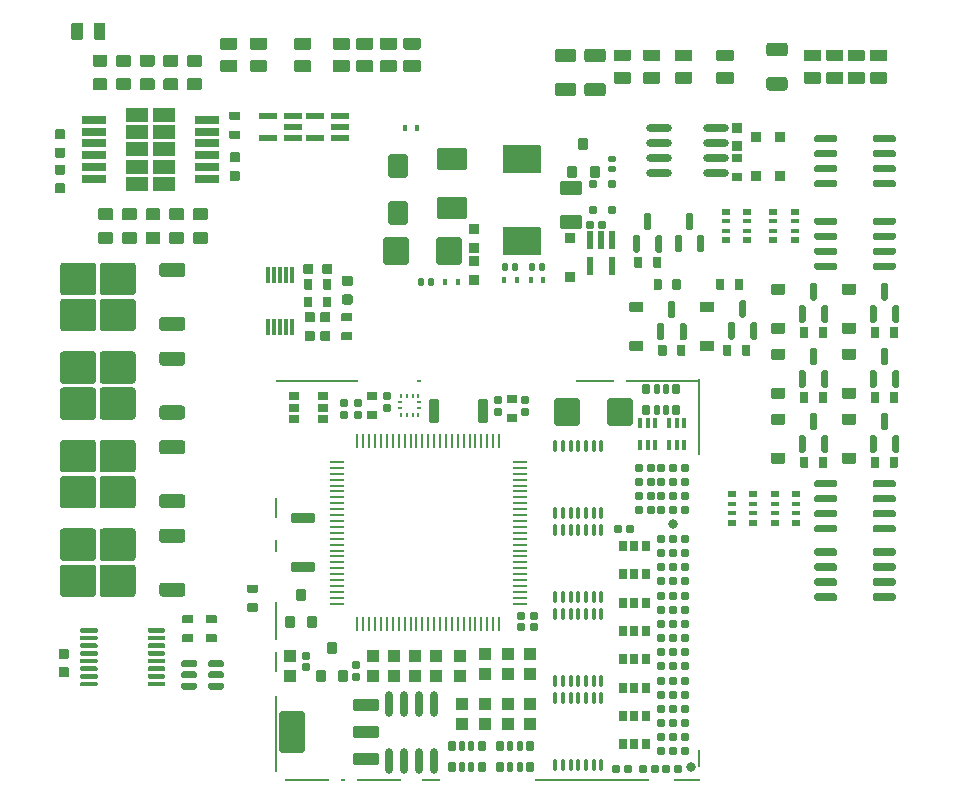
<source format=gtp>
G75*
G70*
%OFA0B0*%
%FSLAX25Y25*%
%IPPOS*%
%LPD*%
%AMOC8*
5,1,8,0,0,1.08239X$1,22.5*
%
%AMM133*
21,1,0.021650,0.052760,-0.000000,-0.000000,90.000000*
21,1,0.017320,0.057090,-0.000000,-0.000000,90.000000*
1,1,0.004330,0.026380,0.008660*
1,1,0.004330,0.026380,-0.008660*
1,1,0.004330,-0.026380,-0.008660*
1,1,0.004330,-0.026380,0.008660*
%
%AMM164*
21,1,0.086610,0.073230,0.000000,-0.000000,180.000000*
21,1,0.069290,0.090550,0.000000,-0.000000,180.000000*
1,1,0.017320,-0.034650,0.036610*
1,1,0.017320,0.034650,0.036610*
1,1,0.017320,0.034650,-0.036610*
1,1,0.017320,-0.034650,-0.036610*
%
%AMM165*
21,1,0.094490,0.111020,0.000000,-0.000000,270.000000*
21,1,0.075590,0.129920,0.000000,-0.000000,270.000000*
1,1,0.018900,-0.055510,-0.037800*
1,1,0.018900,-0.055510,0.037800*
1,1,0.018900,0.055510,0.037800*
1,1,0.018900,0.055510,-0.037800*
%
%AMM166*
21,1,0.074800,0.083460,0.000000,-0.000000,270.000000*
21,1,0.059840,0.098430,0.000000,-0.000000,270.000000*
1,1,0.014960,-0.041730,-0.029920*
1,1,0.014960,-0.041730,0.029920*
1,1,0.014960,0.041730,0.029920*
1,1,0.014960,0.041730,-0.029920*
%
%AMM167*
21,1,0.078740,0.053540,0.000000,-0.000000,90.000000*
21,1,0.065350,0.066930,0.000000,-0.000000,90.000000*
1,1,0.013390,0.026770,0.032680*
1,1,0.013390,0.026770,-0.032680*
1,1,0.013390,-0.026770,-0.032680*
1,1,0.013390,-0.026770,0.032680*
%
%AMM168*
21,1,0.035430,0.030320,0.000000,-0.000000,0.000000*
21,1,0.028350,0.037400,0.000000,-0.000000,0.000000*
1,1,0.007090,0.014170,-0.015160*
1,1,0.007090,-0.014170,-0.015160*
1,1,0.007090,-0.014170,0.015160*
1,1,0.007090,0.014170,0.015160*
%
%AMM169*
21,1,0.021650,0.052760,0.000000,-0.000000,180.000000*
21,1,0.017320,0.057090,0.000000,-0.000000,180.000000*
1,1,0.004330,-0.008660,0.026380*
1,1,0.004330,0.008660,0.026380*
1,1,0.004330,0.008660,-0.026380*
1,1,0.004330,-0.008660,-0.026380*
%
%AMM170*
21,1,0.035830,0.026770,0.000000,-0.000000,270.000000*
21,1,0.029130,0.033470,0.000000,-0.000000,270.000000*
1,1,0.006690,-0.013390,-0.014570*
1,1,0.006690,-0.013390,0.014570*
1,1,0.006690,0.013390,0.014570*
1,1,0.006690,0.013390,-0.014570*
%
%AMM171*
21,1,0.070870,0.036220,0.000000,-0.000000,0.000000*
21,1,0.061810,0.045280,0.000000,-0.000000,0.000000*
1,1,0.009060,0.030910,-0.018110*
1,1,0.009060,-0.030910,-0.018110*
1,1,0.009060,-0.030910,0.018110*
1,1,0.009060,0.030910,0.018110*
%
%AMM172*
21,1,0.033470,0.026770,0.000000,-0.000000,270.000000*
21,1,0.026770,0.033470,0.000000,-0.000000,270.000000*
1,1,0.006690,-0.013390,-0.013390*
1,1,0.006690,-0.013390,0.013390*
1,1,0.006690,0.013390,0.013390*
1,1,0.006690,0.013390,-0.013390*
%
%AMM173*
21,1,0.015750,0.016540,0.000000,-0.000000,180.000000*
21,1,0.012600,0.019680,0.000000,-0.000000,180.000000*
1,1,0.003150,-0.006300,0.008270*
1,1,0.003150,0.006300,0.008270*
1,1,0.003150,0.006300,-0.008270*
1,1,0.003150,-0.006300,-0.008270*
%
%AMM174*
21,1,0.023620,0.018900,0.000000,-0.000000,0.000000*
21,1,0.018900,0.023620,0.000000,-0.000000,0.000000*
1,1,0.004720,0.009450,-0.009450*
1,1,0.004720,-0.009450,-0.009450*
1,1,0.004720,-0.009450,0.009450*
1,1,0.004720,0.009450,0.009450*
%
%AMM175*
21,1,0.019680,0.019680,0.000000,-0.000000,270.000000*
21,1,0.015750,0.023620,0.000000,-0.000000,270.000000*
1,1,0.003940,-0.009840,-0.007870*
1,1,0.003940,-0.009840,0.007870*
1,1,0.003940,0.009840,0.007870*
1,1,0.003940,0.009840,-0.007870*
%
%AMM176*
21,1,0.019680,0.019680,0.000000,-0.000000,180.000000*
21,1,0.015750,0.023620,0.000000,-0.000000,180.000000*
1,1,0.003940,-0.007870,0.009840*
1,1,0.003940,0.007870,0.009840*
1,1,0.003940,0.007870,-0.009840*
1,1,0.003940,-0.007870,-0.009840*
%
%AMM200*
21,1,0.025590,0.026380,-0.000000,0.000000,0.000000*
21,1,0.020470,0.031500,-0.000000,0.000000,0.000000*
1,1,0.005120,0.010240,-0.013190*
1,1,0.005120,-0.010240,-0.013190*
1,1,0.005120,-0.010240,0.013190*
1,1,0.005120,0.010240,0.013190*
%
%AMM201*
21,1,0.017720,0.027950,-0.000000,0.000000,0.000000*
21,1,0.014170,0.031500,-0.000000,0.000000,0.000000*
1,1,0.003540,0.007090,-0.013980*
1,1,0.003540,-0.007090,-0.013980*
1,1,0.003540,-0.007090,0.013980*
1,1,0.003540,0.007090,0.013980*
%
%AMM202*
21,1,0.012600,0.028980,-0.000000,0.000000,180.000000*
21,1,0.010080,0.031500,-0.000000,0.000000,180.000000*
1,1,0.002520,-0.005040,0.014490*
1,1,0.002520,0.005040,0.014490*
1,1,0.002520,0.005040,-0.014490*
1,1,0.002520,-0.005040,-0.014490*
%
%AMM203*
21,1,0.023620,0.030710,-0.000000,0.000000,270.000000*
21,1,0.018900,0.035430,-0.000000,0.000000,270.000000*
1,1,0.004720,-0.015350,-0.009450*
1,1,0.004720,-0.015350,0.009450*
1,1,0.004720,0.015350,0.009450*
1,1,0.004720,0.015350,-0.009450*
%
%AMM204*
21,1,0.027560,0.018900,-0.000000,0.000000,180.000000*
21,1,0.022840,0.023620,-0.000000,0.000000,180.000000*
1,1,0.004720,-0.011420,0.009450*
1,1,0.004720,0.011420,0.009450*
1,1,0.004720,0.011420,-0.009450*
1,1,0.004720,-0.011420,-0.009450*
%
%AMM205*
21,1,0.031500,0.072440,-0.000000,0.000000,180.000000*
21,1,0.025200,0.078740,-0.000000,0.000000,180.000000*
1,1,0.006300,-0.012600,0.036220*
1,1,0.006300,0.012600,0.036220*
1,1,0.006300,0.012600,-0.036220*
1,1,0.006300,-0.012600,-0.036220*
%
%AMM206*
21,1,0.027560,0.018900,-0.000000,0.000000,270.000000*
21,1,0.022840,0.023620,-0.000000,0.000000,270.000000*
1,1,0.004720,-0.009450,-0.011420*
1,1,0.004720,-0.009450,0.011420*
1,1,0.004720,0.009450,0.011420*
1,1,0.004720,0.009450,-0.011420*
%
%AMM207*
21,1,0.023620,0.030710,-0.000000,0.000000,0.000000*
21,1,0.018900,0.035430,-0.000000,0.000000,0.000000*
1,1,0.004720,0.009450,-0.015350*
1,1,0.004720,-0.009450,-0.015350*
1,1,0.004720,-0.009450,0.015350*
1,1,0.004720,0.009450,0.015350*
%
%AMM208*
21,1,0.035430,0.030320,-0.000000,0.000000,0.000000*
21,1,0.028350,0.037400,-0.000000,0.000000,0.000000*
1,1,0.007090,0.014170,-0.015160*
1,1,0.007090,-0.014170,-0.015160*
1,1,0.007090,-0.014170,0.015160*
1,1,0.007090,0.014170,0.015160*
%
%AMM209*
21,1,0.043310,0.075980,-0.000000,0.000000,90.000000*
21,1,0.034650,0.084650,-0.000000,0.000000,90.000000*
1,1,0.008660,0.037990,0.017320*
1,1,0.008660,0.037990,-0.017320*
1,1,0.008660,-0.037990,-0.017320*
1,1,0.008660,-0.037990,0.017320*
%
%AMM210*
21,1,0.039370,0.035430,-0.000000,0.000000,90.000000*
21,1,0.031500,0.043310,-0.000000,0.000000,90.000000*
1,1,0.007870,0.017720,0.015750*
1,1,0.007870,0.017720,-0.015750*
1,1,0.007870,-0.017720,-0.015750*
1,1,0.007870,-0.017720,0.015750*
%
%AMM211*
21,1,0.027560,0.030710,-0.000000,0.000000,90.000000*
21,1,0.022050,0.036220,-0.000000,0.000000,90.000000*
1,1,0.005510,0.015350,0.011020*
1,1,0.005510,0.015350,-0.011020*
1,1,0.005510,-0.015350,-0.011020*
1,1,0.005510,-0.015350,0.011020*
%
%AMM212*
21,1,0.031500,0.072440,-0.000000,0.000000,90.000000*
21,1,0.025200,0.078740,-0.000000,0.000000,90.000000*
1,1,0.006300,0.036220,0.012600*
1,1,0.006300,0.036220,-0.012600*
1,1,0.006300,-0.036220,-0.012600*
1,1,0.006300,-0.036220,0.012600*
%
%AMM213*
21,1,0.137800,0.067720,-0.000000,0.000000,90.000000*
21,1,0.120870,0.084650,-0.000000,0.000000,90.000000*
1,1,0.016930,0.033860,0.060430*
1,1,0.016930,0.033860,-0.060430*
1,1,0.016930,-0.033860,-0.060430*
1,1,0.016930,-0.033860,0.060430*
%
%AMM214*
21,1,0.043310,0.075990,-0.000000,0.000000,90.000000*
21,1,0.034650,0.084650,-0.000000,0.000000,90.000000*
1,1,0.008660,0.037990,0.017320*
1,1,0.008660,0.037990,-0.017320*
1,1,0.008660,-0.037990,-0.017320*
1,1,0.008660,-0.037990,0.017320*
%
%AMM215*
21,1,0.086610,0.073230,-0.000000,0.000000,180.000000*
21,1,0.069290,0.090550,-0.000000,0.000000,180.000000*
1,1,0.017320,-0.034650,0.036610*
1,1,0.017320,0.034650,0.036610*
1,1,0.017320,0.034650,-0.036610*
1,1,0.017320,-0.034650,-0.036610*
%
%AMM258*
21,1,0.027560,0.030710,0.000000,-0.000000,270.000000*
21,1,0.022050,0.036220,0.000000,-0.000000,270.000000*
1,1,0.005510,-0.015350,-0.011020*
1,1,0.005510,-0.015350,0.011020*
1,1,0.005510,0.015350,0.011020*
1,1,0.005510,0.015350,-0.011020*
%
%ADD11R,0.07874X0.02559*%
%ADD152O,0.04724X0.00866*%
%ADD153O,0.00866X0.04724*%
%ADD157R,0.01378X0.00984*%
%ADD158R,0.00984X0.01378*%
%ADD16R,0.03150X0.01969*%
%ADD163O,0.08661X0.02362*%
%ADD17R,0.03150X0.01575*%
%ADD236O,0.02362X0.08661*%
%ADD29R,0.09055X0.00787*%
%ADD293M133*%
%ADD30R,0.14567X0.00787*%
%ADD31R,0.01575X0.00787*%
%ADD32R,0.06299X0.00787*%
%ADD324M164*%
%ADD325M165*%
%ADD326M166*%
%ADD327M167*%
%ADD328M168*%
%ADD329M169*%
%ADD33R,0.38189X0.00787*%
%ADD330M170*%
%ADD331M171*%
%ADD332M172*%
%ADD333M173*%
%ADD334M174*%
%ADD335M175*%
%ADD336M176*%
%ADD34R,0.00787X0.05512*%
%ADD35R,0.00787X0.25197*%
%ADD36R,0.00787X0.06693*%
%ADD360R,0.01181X0.05512*%
%ADD363M200*%
%ADD364M201*%
%ADD365M202*%
%ADD366O,0.01181X0.04331*%
%ADD367M203*%
%ADD368M204*%
%ADD369M205*%
%ADD37R,0.00787X0.12992*%
%ADD370M206*%
%ADD371M207*%
%ADD372M208*%
%ADD373M209*%
%ADD374M210*%
%ADD375M211*%
%ADD376M212*%
%ADD377M213*%
%ADD378M214*%
%ADD379M215*%
%ADD38R,0.00787X0.03937*%
%ADD39R,0.00787X0.07087*%
%ADD40R,0.27559X0.00787*%
%ADD41R,0.12992X0.00787*%
%ADD42R,0.24803X0.00787*%
%ADD436M258*%
%ADD58C,0.03150*%
%ADD65R,0.07677X0.04567*%
%ADD66O,0.00000X0.00000*%
X0000000Y0000000D02*
%LPD*%
G01*
G36*
G01*
X0087244Y0229350D02*
X0089921Y0229350D01*
G75*
G02*
X0090256Y0229016I0000000J-000335D01*
G01*
X0090256Y0226339D01*
G75*
G02*
X0089921Y0226004I-000335J0000000D01*
G01*
X0087244Y0226004D01*
G75*
G02*
X0086909Y0226339I0000000J0000335D01*
G01*
X0086909Y0229016D01*
G75*
G02*
X0087244Y0229350I0000335J0000000D01*
G01*
G37*
G36*
G01*
X0087244Y0223130D02*
X0089921Y0223130D01*
G75*
G02*
X0090256Y0222795I0000000J-000335D01*
G01*
X0090256Y0220118D01*
G75*
G02*
X0089921Y0219783I-000335J0000000D01*
G01*
X0087244Y0219783D01*
G75*
G02*
X0086909Y0220118I0000000J0000335D01*
G01*
X0086909Y0222795D01*
G75*
G02*
X0087244Y0223130I0000335J0000000D01*
G01*
G37*
D65*
X0056102Y0241811D03*
X0056102Y0236063D03*
X0056102Y0230315D03*
X0056102Y0224567D03*
X0056102Y0218819D03*
X0064961Y0241811D03*
X0064961Y0236063D03*
X0064961Y0230315D03*
X0064961Y0224567D03*
X0064961Y0218819D03*
D11*
X0041634Y0240157D03*
X0041634Y0236220D03*
X0041634Y0232283D03*
X0041634Y0228346D03*
X0041634Y0224409D03*
X0041634Y0220472D03*
X0079429Y0220472D03*
X0079429Y0224409D03*
X0079429Y0228346D03*
X0079429Y0232283D03*
X0079429Y0236220D03*
X0079429Y0240157D03*
G36*
G01*
X0129429Y0267520D02*
X0134350Y0267520D01*
G75*
G02*
X0134744Y0267126I0000000J-000394D01*
G01*
X0134744Y0263976D01*
G75*
G02*
X0134350Y0263583I-000394J0000000D01*
G01*
X0129429Y0263583D01*
G75*
G02*
X0129035Y0263976I0000000J0000394D01*
G01*
X0129035Y0267126D01*
G75*
G02*
X0129429Y0267520I0000394J0000000D01*
G01*
G37*
G36*
G01*
X0129429Y0260039D02*
X0134350Y0260039D01*
G75*
G02*
X0134744Y0259646I0000000J-000394D01*
G01*
X0134744Y0256496D01*
G75*
G02*
X0134350Y0256102I-000394J0000000D01*
G01*
X0129429Y0256102D01*
G75*
G02*
X0129035Y0256496I0000000J0000394D01*
G01*
X0129035Y0259646D01*
G75*
G02*
X0129429Y0260039I0000394J0000000D01*
G01*
G37*
G36*
G01*
X0071260Y0198819D02*
X0067126Y0198819D01*
G75*
G02*
X0066732Y0199213I0000000J0000394D01*
G01*
X0066732Y0202362D01*
G75*
G02*
X0067126Y0202756I0000394J0000000D01*
G01*
X0071260Y0202756D01*
G75*
G02*
X0071654Y0202362I0000000J-000394D01*
G01*
X0071654Y0199213D01*
G75*
G02*
X0071260Y0198819I-000394J0000000D01*
G01*
G37*
G36*
G01*
X0071260Y0206693D02*
X0067126Y0206693D01*
G75*
G02*
X0066732Y0207087I0000000J0000394D01*
G01*
X0066732Y0210236D01*
G75*
G02*
X0067126Y0210630I0000394J0000000D01*
G01*
X0071260Y0210630D01*
G75*
G02*
X0071654Y0210236I0000000J-000394D01*
G01*
X0071654Y0207087D01*
G75*
G02*
X0071260Y0206693I-000394J0000000D01*
G01*
G37*
G36*
G01*
X0034035Y0267224D02*
X0034035Y0272146D01*
G75*
G02*
X0034429Y0272539I0000394J0000000D01*
G01*
X0037579Y0272539D01*
G75*
G02*
X0037972Y0272146I0000000J-000394D01*
G01*
X0037972Y0267224D01*
G75*
G02*
X0037579Y0266831I-000394J0000000D01*
G01*
X0034429Y0266831D01*
G75*
G02*
X0034035Y0267224I0000000J0000394D01*
G01*
G37*
G36*
G01*
X0041516Y0267224D02*
X0041516Y0272146D01*
G75*
G02*
X0041910Y0272539I0000394J0000000D01*
G01*
X0045059Y0272539D01*
G75*
G02*
X0045453Y0272146I0000000J-000394D01*
G01*
X0045453Y0267224D01*
G75*
G02*
X0045059Y0266831I-000394J0000000D01*
G01*
X0041910Y0266831D01*
G75*
G02*
X0041516Y0267224I0000000J0000394D01*
G01*
G37*
G36*
G01*
X0079134Y0198819D02*
X0075000Y0198819D01*
G75*
G02*
X0074606Y0199213I0000000J0000394D01*
G01*
X0074606Y0202362D01*
G75*
G02*
X0075000Y0202756I0000394J0000000D01*
G01*
X0079134Y0202756D01*
G75*
G02*
X0079528Y0202362I0000000J-000394D01*
G01*
X0079528Y0199213D01*
G75*
G02*
X0079134Y0198819I-000394J0000000D01*
G01*
G37*
G36*
G01*
X0079134Y0206693D02*
X0075000Y0206693D01*
G75*
G02*
X0074606Y0207087I0000000J0000394D01*
G01*
X0074606Y0210236D01*
G75*
G02*
X0075000Y0210630I0000394J0000000D01*
G01*
X0079134Y0210630D01*
G75*
G02*
X0079528Y0210236I0000000J-000394D01*
G01*
X0079528Y0207087D01*
G75*
G02*
X0079134Y0206693I-000394J0000000D01*
G01*
G37*
G36*
G01*
X0231102Y0166634D02*
X0229921Y0166634D01*
G75*
G02*
X0229331Y0167224I0000000J0000591D01*
G01*
X0229331Y0171850D01*
G75*
G02*
X0229921Y0172441I0000591J0000000D01*
G01*
X0231102Y0172441D01*
G75*
G02*
X0231693Y0171850I0000000J-000591D01*
G01*
X0231693Y0167224D01*
G75*
G02*
X0231102Y0166634I-000591J0000000D01*
G01*
G37*
G36*
G01*
X0234843Y0174016D02*
X0233661Y0174016D01*
G75*
G02*
X0233071Y0174606I0000000J0000591D01*
G01*
X0233071Y0179232D01*
G75*
G02*
X0233661Y0179823I0000591J0000000D01*
G01*
X0234843Y0179823D01*
G75*
G02*
X0235433Y0179232I0000000J-000591D01*
G01*
X0235433Y0174606D01*
G75*
G02*
X0234843Y0174016I-000591J0000000D01*
G01*
G37*
G36*
G01*
X0238583Y0166634D02*
X0237402Y0166634D01*
G75*
G02*
X0236811Y0167224I0000000J0000591D01*
G01*
X0236811Y0171850D01*
G75*
G02*
X0237402Y0172441I0000591J0000000D01*
G01*
X0238583Y0172441D01*
G75*
G02*
X0239173Y0171850I0000000J-000591D01*
G01*
X0239173Y0167224D01*
G75*
G02*
X0238583Y0166634I-000591J0000000D01*
G01*
G37*
G36*
G01*
X0121555Y0267520D02*
X0126476Y0267520D01*
G75*
G02*
X0126870Y0267126I0000000J-000394D01*
G01*
X0126870Y0263976D01*
G75*
G02*
X0126476Y0263583I-000394J0000000D01*
G01*
X0121555Y0263583D01*
G75*
G02*
X0121161Y0263976I0000000J0000394D01*
G01*
X0121161Y0267126D01*
G75*
G02*
X0121555Y0267520I0000394J0000000D01*
G01*
G37*
G36*
G01*
X0121555Y0260039D02*
X0126476Y0260039D01*
G75*
G02*
X0126870Y0259646I0000000J-000394D01*
G01*
X0126870Y0256496D01*
G75*
G02*
X0126476Y0256102I-000394J0000000D01*
G01*
X0121555Y0256102D01*
G75*
G02*
X0121161Y0256496I0000000J0000394D01*
G01*
X0121161Y0259646D01*
G75*
G02*
X0121555Y0260039I0000394J0000000D01*
G01*
G37*
G36*
G01*
X0301969Y0150886D02*
X0300787Y0150886D01*
G75*
G02*
X0300197Y0151476I0000000J0000591D01*
G01*
X0300197Y0156102D01*
G75*
G02*
X0300787Y0156693I0000591J0000000D01*
G01*
X0301969Y0156693D01*
G75*
G02*
X0302559Y0156102I0000000J-000591D01*
G01*
X0302559Y0151476D01*
G75*
G02*
X0301969Y0150886I-000591J0000000D01*
G01*
G37*
G36*
G01*
X0305709Y0158268D02*
X0304528Y0158268D01*
G75*
G02*
X0303937Y0158858I0000000J0000591D01*
G01*
X0303937Y0163484D01*
G75*
G02*
X0304528Y0164075I0000591J0000000D01*
G01*
X0305709Y0164075D01*
G75*
G02*
X0306299Y0163484I0000000J-000591D01*
G01*
X0306299Y0158858D01*
G75*
G02*
X0305709Y0158268I-000591J0000000D01*
G01*
G37*
G36*
G01*
X0309449Y0150886D02*
X0308268Y0150886D01*
G75*
G02*
X0307677Y0151476I0000000J0000591D01*
G01*
X0307677Y0156102D01*
G75*
G02*
X0308268Y0156693I0000591J0000000D01*
G01*
X0309449Y0156693D01*
G75*
G02*
X0310039Y0156102I0000000J-000591D01*
G01*
X0310039Y0151476D01*
G75*
G02*
X0309449Y0150886I-000591J0000000D01*
G01*
G37*
G36*
G01*
X0254724Y0166880D02*
X0253543Y0166880D01*
G75*
G02*
X0252953Y0167470I0000000J0000591D01*
G01*
X0252953Y0172096D01*
G75*
G02*
X0253543Y0172687I0000591J0000000D01*
G01*
X0254724Y0172687D01*
G75*
G02*
X0255315Y0172096I0000000J-000591D01*
G01*
X0255315Y0167470D01*
G75*
G02*
X0254724Y0166880I-000591J0000000D01*
G01*
G37*
G36*
G01*
X0258465Y0174262D02*
X0257283Y0174262D01*
G75*
G02*
X0256693Y0174852I0000000J0000591D01*
G01*
X0256693Y0179478D01*
G75*
G02*
X0257283Y0180069I0000591J0000000D01*
G01*
X0258465Y0180069D01*
G75*
G02*
X0259055Y0179478I0000000J-000591D01*
G01*
X0259055Y0174852D01*
G75*
G02*
X0258465Y0174262I-000591J0000000D01*
G01*
G37*
G36*
G01*
X0262205Y0166880D02*
X0261024Y0166880D01*
G75*
G02*
X0260433Y0167470I0000000J0000591D01*
G01*
X0260433Y0172096D01*
G75*
G02*
X0261024Y0172687I0000591J0000000D01*
G01*
X0262205Y0172687D01*
G75*
G02*
X0262795Y0172096I0000000J-000591D01*
G01*
X0262795Y0167470D01*
G75*
G02*
X0262205Y0166880I-000591J0000000D01*
G01*
G37*
G36*
G01*
X0031654Y0215689D02*
X0028976Y0215689D01*
G75*
G02*
X0028642Y0216024I0000000J0000335D01*
G01*
X0028642Y0218701D01*
G75*
G02*
X0028976Y0219035I0000335J0000000D01*
G01*
X0031654Y0219035D01*
G75*
G02*
X0031988Y0218701I0000000J-000335D01*
G01*
X0031988Y0216024D01*
G75*
G02*
X0031654Y0215689I-000335J0000000D01*
G01*
G37*
G36*
G01*
X0031654Y0221909D02*
X0028976Y0221909D01*
G75*
G02*
X0028642Y0222244I0000000J0000335D01*
G01*
X0028642Y0224921D01*
G75*
G02*
X0028976Y0225256I0000335J0000000D01*
G01*
X0031654Y0225256D01*
G75*
G02*
X0031988Y0224921I0000000J-000335D01*
G01*
X0031988Y0222244D01*
G75*
G02*
X0031654Y0221909I-000335J0000000D01*
G01*
G37*
G36*
G01*
X0281693Y0205728D02*
X0281693Y0206909D01*
G75*
G02*
X0282283Y0207500I0000591J0000000D01*
G01*
X0288780Y0207500D01*
G75*
G02*
X0289370Y0206909I0000000J-000591D01*
G01*
X0289370Y0205728D01*
G75*
G02*
X0288780Y0205138I-000591J0000000D01*
G01*
X0282283Y0205138D01*
G75*
G02*
X0281693Y0205728I0000000J0000591D01*
G01*
G37*
G36*
G01*
X0281693Y0200728D02*
X0281693Y0201909D01*
G75*
G02*
X0282283Y0202500I0000591J0000000D01*
G01*
X0288780Y0202500D01*
G75*
G02*
X0289370Y0201909I0000000J-000591D01*
G01*
X0289370Y0200728D01*
G75*
G02*
X0288780Y0200138I-000591J0000000D01*
G01*
X0282283Y0200138D01*
G75*
G02*
X0281693Y0200728I0000000J0000591D01*
G01*
G37*
G36*
G01*
X0281693Y0195728D02*
X0281693Y0196909D01*
G75*
G02*
X0282283Y0197500I0000591J0000000D01*
G01*
X0288780Y0197500D01*
G75*
G02*
X0289370Y0196909I0000000J-000591D01*
G01*
X0289370Y0195728D01*
G75*
G02*
X0288780Y0195138I-000591J0000000D01*
G01*
X0282283Y0195138D01*
G75*
G02*
X0281693Y0195728I0000000J0000591D01*
G01*
G37*
G36*
G01*
X0281693Y0190728D02*
X0281693Y0191909D01*
G75*
G02*
X0282283Y0192500I0000591J0000000D01*
G01*
X0288780Y0192500D01*
G75*
G02*
X0289370Y0191909I0000000J-000591D01*
G01*
X0289370Y0190728D01*
G75*
G02*
X0288780Y0190138I-000591J0000000D01*
G01*
X0282283Y0190138D01*
G75*
G02*
X0281693Y0190728I0000000J0000591D01*
G01*
G37*
G36*
G01*
X0301181Y0190728D02*
X0301181Y0191909D01*
G75*
G02*
X0301772Y0192500I0000591J0000000D01*
G01*
X0308268Y0192500D01*
G75*
G02*
X0308858Y0191909I0000000J-000591D01*
G01*
X0308858Y0190728D01*
G75*
G02*
X0308268Y0190138I-000591J0000000D01*
G01*
X0301772Y0190138D01*
G75*
G02*
X0301181Y0190728I0000000J0000591D01*
G01*
G37*
G36*
G01*
X0301181Y0195728D02*
X0301181Y0196909D01*
G75*
G02*
X0301772Y0197500I0000591J0000000D01*
G01*
X0308268Y0197500D01*
G75*
G02*
X0308858Y0196909I0000000J-000591D01*
G01*
X0308858Y0195728D01*
G75*
G02*
X0308268Y0195138I-000591J0000000D01*
G01*
X0301772Y0195138D01*
G75*
G02*
X0301181Y0195728I0000000J0000591D01*
G01*
G37*
G36*
G01*
X0301181Y0200728D02*
X0301181Y0201909D01*
G75*
G02*
X0301772Y0202500I0000591J0000000D01*
G01*
X0308268Y0202500D01*
G75*
G02*
X0308858Y0201909I0000000J-000591D01*
G01*
X0308858Y0200728D01*
G75*
G02*
X0308268Y0200138I-000591J0000000D01*
G01*
X0301772Y0200138D01*
G75*
G02*
X0301181Y0200728I0000000J0000591D01*
G01*
G37*
G36*
G01*
X0301181Y0205728D02*
X0301181Y0206909D01*
G75*
G02*
X0301772Y0207500I0000591J0000000D01*
G01*
X0308268Y0207500D01*
G75*
G02*
X0308858Y0206909I0000000J-000591D01*
G01*
X0308858Y0205728D01*
G75*
G02*
X0308268Y0205138I-000591J0000000D01*
G01*
X0301772Y0205138D01*
G75*
G02*
X0301181Y0205728I0000000J0000591D01*
G01*
G37*
G36*
G01*
X0229724Y0161850D02*
X0229724Y0164921D01*
G75*
G02*
X0230000Y0165197I0000276J0000000D01*
G01*
X0232205Y0165197D01*
G75*
G02*
X0232480Y0164921I0000000J-000276D01*
G01*
X0232480Y0161850D01*
G75*
G02*
X0232205Y0161575I-000276J0000000D01*
G01*
X0230000Y0161575D01*
G75*
G02*
X0229724Y0161850I0000000J0000276D01*
G01*
G37*
G36*
G01*
X0236024Y0161850D02*
X0236024Y0164921D01*
G75*
G02*
X0236299Y0165197I0000276J0000000D01*
G01*
X0238504Y0165197D01*
G75*
G02*
X0238780Y0164921I0000000J-000276D01*
G01*
X0238780Y0161850D01*
G75*
G02*
X0238504Y0161575I-000276J0000000D01*
G01*
X0236299Y0161575D01*
G75*
G02*
X0236024Y0161850I0000000J0000276D01*
G01*
G37*
G36*
G01*
X0300591Y0124449D02*
X0300591Y0127520D01*
G75*
G02*
X0300866Y0127795I0000276J0000000D01*
G01*
X0303071Y0127795D01*
G75*
G02*
X0303346Y0127520I0000000J-000276D01*
G01*
X0303346Y0124449D01*
G75*
G02*
X0303071Y0124173I-000276J0000000D01*
G01*
X0300866Y0124173D01*
G75*
G02*
X0300591Y0124449I0000000J0000276D01*
G01*
G37*
G36*
G01*
X0306890Y0124449D02*
X0306890Y0127520D01*
G75*
G02*
X0307165Y0127795I0000276J0000000D01*
G01*
X0309370Y0127795D01*
G75*
G02*
X0309646Y0127520I0000000J-000276D01*
G01*
X0309646Y0124449D01*
G75*
G02*
X0309370Y0124173I-000276J0000000D01*
G01*
X0307165Y0124173D01*
G75*
G02*
X0306890Y0124449I0000000J0000276D01*
G01*
G37*
G36*
G01*
X0223031Y0195915D02*
X0221850Y0195915D01*
G75*
G02*
X0221260Y0196506I0000000J0000591D01*
G01*
X0221260Y0201132D01*
G75*
G02*
X0221850Y0201722I0000591J0000000D01*
G01*
X0223031Y0201722D01*
G75*
G02*
X0223622Y0201132I0000000J-000591D01*
G01*
X0223622Y0196506D01*
G75*
G02*
X0223031Y0195915I-000591J0000000D01*
G01*
G37*
G36*
G01*
X0226772Y0203297D02*
X0225591Y0203297D01*
G75*
G02*
X0225000Y0203888I0000000J0000591D01*
G01*
X0225000Y0208514D01*
G75*
G02*
X0225591Y0209104I0000591J0000000D01*
G01*
X0226772Y0209104D01*
G75*
G02*
X0227362Y0208514I0000000J-000591D01*
G01*
X0227362Y0203888D01*
G75*
G02*
X0226772Y0203297I-000591J0000000D01*
G01*
G37*
G36*
G01*
X0230512Y0195915D02*
X0229331Y0195915D01*
G75*
G02*
X0228740Y0196506I0000000J0000591D01*
G01*
X0228740Y0201132D01*
G75*
G02*
X0229331Y0201722I0000591J0000000D01*
G01*
X0230512Y0201722D01*
G75*
G02*
X0231102Y0201132I0000000J-000591D01*
G01*
X0231102Y0196506D01*
G75*
G02*
X0230512Y0195915I-000591J0000000D01*
G01*
G37*
G36*
G01*
X0084154Y0267520D02*
X0089075Y0267520D01*
G75*
G02*
X0089469Y0267126I0000000J-000394D01*
G01*
X0089469Y0263976D01*
G75*
G02*
X0089075Y0263583I-000394J0000000D01*
G01*
X0084154Y0263583D01*
G75*
G02*
X0083760Y0263976I0000000J0000394D01*
G01*
X0083760Y0267126D01*
G75*
G02*
X0084154Y0267520I0000394J0000000D01*
G01*
G37*
G36*
G01*
X0084154Y0260039D02*
X0089075Y0260039D01*
G75*
G02*
X0089469Y0259646I0000000J-000394D01*
G01*
X0089469Y0256496D01*
G75*
G02*
X0089075Y0256102I-000394J0000000D01*
G01*
X0084154Y0256102D01*
G75*
G02*
X0083760Y0256496I0000000J0000394D01*
G01*
X0083760Y0259646D01*
G75*
G02*
X0084154Y0260039I0000394J0000000D01*
G01*
G37*
G36*
G01*
X0205118Y0260256D02*
X0205118Y0262972D01*
G75*
G02*
X0206024Y0263878I0000906J0000000D01*
G01*
X0211299Y0263878D01*
G75*
G02*
X0212205Y0262972I0000000J-000906D01*
G01*
X0212205Y0260256D01*
G75*
G02*
X0211299Y0259350I-000906J0000000D01*
G01*
X0206024Y0259350D01*
G75*
G02*
X0205118Y0260256I0000000J0000906D01*
G01*
G37*
G36*
G01*
X0205118Y0248839D02*
X0205118Y0251555D01*
G75*
G02*
X0206024Y0252461I0000906J0000000D01*
G01*
X0211299Y0252461D01*
G75*
G02*
X0212205Y0251555I0000000J-000906D01*
G01*
X0212205Y0248839D01*
G75*
G02*
X0211299Y0247933I-000906J0000000D01*
G01*
X0206024Y0247933D01*
G75*
G02*
X0205118Y0248839I0000000J0000906D01*
G01*
G37*
G36*
G01*
X0300591Y0167756D02*
X0300591Y0170827D01*
G75*
G02*
X0300866Y0171102I0000276J0000000D01*
G01*
X0303071Y0171102D01*
G75*
G02*
X0303346Y0170827I0000000J-000276D01*
G01*
X0303346Y0167756D01*
G75*
G02*
X0303071Y0167480I-000276J0000000D01*
G01*
X0300866Y0167480D01*
G75*
G02*
X0300591Y0167756I0000000J0000276D01*
G01*
G37*
G36*
G01*
X0306890Y0167756D02*
X0306890Y0170827D01*
G75*
G02*
X0307165Y0171102I0000276J0000000D01*
G01*
X0309370Y0171102D01*
G75*
G02*
X0309646Y0170827I0000000J-000276D01*
G01*
X0309646Y0167756D01*
G75*
G02*
X0309370Y0167480I-000276J0000000D01*
G01*
X0307165Y0167480D01*
G75*
G02*
X0306890Y0167756I0000000J0000276D01*
G01*
G37*
G36*
G01*
X0276969Y0124449D02*
X0276969Y0127520D01*
G75*
G02*
X0277244Y0127795I0000276J0000000D01*
G01*
X0279449Y0127795D01*
G75*
G02*
X0279724Y0127520I0000000J-000276D01*
G01*
X0279724Y0124449D01*
G75*
G02*
X0279449Y0124173I-000276J0000000D01*
G01*
X0277244Y0124173D01*
G75*
G02*
X0276969Y0124449I0000000J0000276D01*
G01*
G37*
G36*
G01*
X0283268Y0124449D02*
X0283268Y0127520D01*
G75*
G02*
X0283543Y0127795I0000276J0000000D01*
G01*
X0285748Y0127795D01*
G75*
G02*
X0286024Y0127520I0000000J-000276D01*
G01*
X0286024Y0124449D01*
G75*
G02*
X0285748Y0124173I-000276J0000000D01*
G01*
X0283543Y0124173D01*
G75*
G02*
X0283268Y0124449I0000000J0000276D01*
G01*
G37*
G36*
G01*
X0108760Y0267520D02*
X0113681Y0267520D01*
G75*
G02*
X0114075Y0267126I0000000J-000394D01*
G01*
X0114075Y0263976D01*
G75*
G02*
X0113681Y0263583I-000394J0000000D01*
G01*
X0108760Y0263583D01*
G75*
G02*
X0108366Y0263976I0000000J0000394D01*
G01*
X0108366Y0267126D01*
G75*
G02*
X0108760Y0267520I0000394J0000000D01*
G01*
G37*
G36*
G01*
X0108760Y0260039D02*
X0113681Y0260039D01*
G75*
G02*
X0114075Y0259646I0000000J-000394D01*
G01*
X0114075Y0256496D01*
G75*
G02*
X0113681Y0256102I-000394J0000000D01*
G01*
X0108760Y0256102D01*
G75*
G02*
X0108366Y0256496I0000000J0000394D01*
G01*
X0108366Y0259646D01*
G75*
G02*
X0108760Y0260039I0000394J0000000D01*
G01*
G37*
G36*
G01*
X0030157Y0063839D02*
X0032835Y0063839D01*
G75*
G02*
X0033169Y0063504I0000000J-000335D01*
G01*
X0033169Y0060827D01*
G75*
G02*
X0032835Y0060492I-000335J0000000D01*
G01*
X0030157Y0060492D01*
G75*
G02*
X0029823Y0060827I0000000J0000335D01*
G01*
X0029823Y0063504D01*
G75*
G02*
X0030157Y0063839I0000335J0000000D01*
G01*
G37*
G36*
G01*
X0030157Y0057618D02*
X0032835Y0057618D01*
G75*
G02*
X0033169Y0057283I0000000J-000335D01*
G01*
X0033169Y0054606D01*
G75*
G02*
X0032835Y0054272I-000335J0000000D01*
G01*
X0030157Y0054272D01*
G75*
G02*
X0029823Y0054606I0000000J0000335D01*
G01*
X0029823Y0057283D01*
G75*
G02*
X0030157Y0057618I0000335J0000000D01*
G01*
G37*
G36*
G01*
X0265748Y0262224D02*
X0265748Y0264941D01*
G75*
G02*
X0266654Y0265846I0000906J0000000D01*
G01*
X0271929Y0265846D01*
G75*
G02*
X0272835Y0264941I0000000J-000906D01*
G01*
X0272835Y0262224D01*
G75*
G02*
X0271929Y0261319I-000906J0000000D01*
G01*
X0266654Y0261319D01*
G75*
G02*
X0265748Y0262224I0000000J0000906D01*
G01*
G37*
G36*
G01*
X0265748Y0250807D02*
X0265748Y0253524D01*
G75*
G02*
X0266654Y0254429I0000906J0000000D01*
G01*
X0271929Y0254429D01*
G75*
G02*
X0272835Y0253524I0000000J-000906D01*
G01*
X0272835Y0250807D01*
G75*
G02*
X0271929Y0249902I-000906J0000000D01*
G01*
X0266654Y0249902D01*
G75*
G02*
X0265748Y0250807I0000000J0000906D01*
G01*
G37*
D16*
X0275591Y0105906D03*
D17*
X0275591Y0109055D03*
X0275591Y0112205D03*
D16*
X0275591Y0115354D03*
X0268504Y0115354D03*
D17*
X0268504Y0112205D03*
X0268504Y0109055D03*
D16*
X0268504Y0105906D03*
G36*
G01*
X0281693Y0095492D02*
X0281693Y0096673D01*
G75*
G02*
X0282283Y0097264I0000591J0000000D01*
G01*
X0288780Y0097264D01*
G75*
G02*
X0289370Y0096673I0000000J-000591D01*
G01*
X0289370Y0095492D01*
G75*
G02*
X0288780Y0094902I-000591J0000000D01*
G01*
X0282283Y0094902D01*
G75*
G02*
X0281693Y0095492I0000000J0000591D01*
G01*
G37*
G36*
G01*
X0281693Y0090492D02*
X0281693Y0091673D01*
G75*
G02*
X0282283Y0092264I0000591J0000000D01*
G01*
X0288780Y0092264D01*
G75*
G02*
X0289370Y0091673I0000000J-000591D01*
G01*
X0289370Y0090492D01*
G75*
G02*
X0288780Y0089902I-000591J0000000D01*
G01*
X0282283Y0089902D01*
G75*
G02*
X0281693Y0090492I0000000J0000591D01*
G01*
G37*
G36*
G01*
X0281693Y0085492D02*
X0281693Y0086673D01*
G75*
G02*
X0282283Y0087264I0000591J0000000D01*
G01*
X0288780Y0087264D01*
G75*
G02*
X0289370Y0086673I0000000J-000591D01*
G01*
X0289370Y0085492D01*
G75*
G02*
X0288780Y0084902I-000591J0000000D01*
G01*
X0282283Y0084902D01*
G75*
G02*
X0281693Y0085492I0000000J0000591D01*
G01*
G37*
G36*
G01*
X0281693Y0080492D02*
X0281693Y0081673D01*
G75*
G02*
X0282283Y0082264I0000591J0000000D01*
G01*
X0288780Y0082264D01*
G75*
G02*
X0289370Y0081673I0000000J-000591D01*
G01*
X0289370Y0080492D01*
G75*
G02*
X0288780Y0079902I-000591J0000000D01*
G01*
X0282283Y0079902D01*
G75*
G02*
X0281693Y0080492I0000000J0000591D01*
G01*
G37*
G36*
G01*
X0301181Y0080492D02*
X0301181Y0081673D01*
G75*
G02*
X0301772Y0082264I0000591J0000000D01*
G01*
X0308268Y0082264D01*
G75*
G02*
X0308858Y0081673I0000000J-000591D01*
G01*
X0308858Y0080492D01*
G75*
G02*
X0308268Y0079902I-000591J0000000D01*
G01*
X0301772Y0079902D01*
G75*
G02*
X0301181Y0080492I0000000J0000591D01*
G01*
G37*
G36*
G01*
X0301181Y0085492D02*
X0301181Y0086673D01*
G75*
G02*
X0301772Y0087264I0000591J0000000D01*
G01*
X0308268Y0087264D01*
G75*
G02*
X0308858Y0086673I0000000J-000591D01*
G01*
X0308858Y0085492D01*
G75*
G02*
X0308268Y0084902I-000591J0000000D01*
G01*
X0301772Y0084902D01*
G75*
G02*
X0301181Y0085492I0000000J0000591D01*
G01*
G37*
G36*
G01*
X0301181Y0090492D02*
X0301181Y0091673D01*
G75*
G02*
X0301772Y0092264I0000591J0000000D01*
G01*
X0308268Y0092264D01*
G75*
G02*
X0308858Y0091673I0000000J-000591D01*
G01*
X0308858Y0090492D01*
G75*
G02*
X0308268Y0089902I-000591J0000000D01*
G01*
X0301772Y0089902D01*
G75*
G02*
X0301181Y0090492I0000000J0000591D01*
G01*
G37*
G36*
G01*
X0301181Y0095492D02*
X0301181Y0096673D01*
G75*
G02*
X0301772Y0097264I0000591J0000000D01*
G01*
X0308268Y0097264D01*
G75*
G02*
X0308858Y0096673I0000000J-000591D01*
G01*
X0308858Y0095492D01*
G75*
G02*
X0308268Y0094902I-000591J0000000D01*
G01*
X0301772Y0094902D01*
G75*
G02*
X0301181Y0095492I0000000J0000591D01*
G01*
G37*
G36*
G01*
X0301969Y0129232D02*
X0300787Y0129232D01*
G75*
G02*
X0300197Y0129823I0000000J0000591D01*
G01*
X0300197Y0134449D01*
G75*
G02*
X0300787Y0135039I0000591J0000000D01*
G01*
X0301969Y0135039D01*
G75*
G02*
X0302559Y0134449I0000000J-000591D01*
G01*
X0302559Y0129823D01*
G75*
G02*
X0301969Y0129232I-000591J0000000D01*
G01*
G37*
G36*
G01*
X0305709Y0136614D02*
X0304528Y0136614D01*
G75*
G02*
X0303937Y0137205I0000000J0000591D01*
G01*
X0303937Y0141831D01*
G75*
G02*
X0304528Y0142421I0000591J0000000D01*
G01*
X0305709Y0142421D01*
G75*
G02*
X0306299Y0141831I0000000J-000591D01*
G01*
X0306299Y0137205D01*
G75*
G02*
X0305709Y0136614I-000591J0000000D01*
G01*
G37*
G36*
G01*
X0309449Y0129232D02*
X0308268Y0129232D01*
G75*
G02*
X0307677Y0129823I0000000J0000591D01*
G01*
X0307677Y0134449D01*
G75*
G02*
X0308268Y0135039I0000591J0000000D01*
G01*
X0309449Y0135039D01*
G75*
G02*
X0310039Y0134449I0000000J-000591D01*
G01*
X0310039Y0129823D01*
G75*
G02*
X0309449Y0129232I-000591J0000000D01*
G01*
G37*
G36*
G01*
X0278346Y0172539D02*
X0277165Y0172539D01*
G75*
G02*
X0276575Y0173130I0000000J0000591D01*
G01*
X0276575Y0177756D01*
G75*
G02*
X0277165Y0178346I0000591J0000000D01*
G01*
X0278346Y0178346D01*
G75*
G02*
X0278937Y0177756I0000000J-000591D01*
G01*
X0278937Y0173130D01*
G75*
G02*
X0278346Y0172539I-000591J0000000D01*
G01*
G37*
G36*
G01*
X0282087Y0179921D02*
X0280906Y0179921D01*
G75*
G02*
X0280315Y0180512I0000000J0000591D01*
G01*
X0280315Y0185138D01*
G75*
G02*
X0280906Y0185728I0000591J0000000D01*
G01*
X0282087Y0185728D01*
G75*
G02*
X0282677Y0185138I0000000J-000591D01*
G01*
X0282677Y0180512D01*
G75*
G02*
X0282087Y0179921I-000591J0000000D01*
G01*
G37*
G36*
G01*
X0285827Y0172539D02*
X0284646Y0172539D01*
G75*
G02*
X0284055Y0173130I0000000J0000591D01*
G01*
X0284055Y0177756D01*
G75*
G02*
X0284646Y0178346I0000591J0000000D01*
G01*
X0285827Y0178346D01*
G75*
G02*
X0286417Y0177756I0000000J-000591D01*
G01*
X0286417Y0173130D01*
G75*
G02*
X0285827Y0172539I-000591J0000000D01*
G01*
G37*
G36*
G01*
X0301969Y0172539D02*
X0300787Y0172539D01*
G75*
G02*
X0300197Y0173130I0000000J0000591D01*
G01*
X0300197Y0177756D01*
G75*
G02*
X0300787Y0178346I0000591J0000000D01*
G01*
X0301969Y0178346D01*
G75*
G02*
X0302559Y0177756I0000000J-000591D01*
G01*
X0302559Y0173130D01*
G75*
G02*
X0301969Y0172539I-000591J0000000D01*
G01*
G37*
G36*
G01*
X0305709Y0179921D02*
X0304528Y0179921D01*
G75*
G02*
X0303937Y0180512I0000000J0000591D01*
G01*
X0303937Y0185138D01*
G75*
G02*
X0304528Y0185728I0000591J0000000D01*
G01*
X0305709Y0185728D01*
G75*
G02*
X0306299Y0185138I0000000J-000591D01*
G01*
X0306299Y0180512D01*
G75*
G02*
X0305709Y0179921I-000591J0000000D01*
G01*
G37*
G36*
G01*
X0309449Y0172539D02*
X0308268Y0172539D01*
G75*
G02*
X0307677Y0173130I0000000J0000591D01*
G01*
X0307677Y0177756D01*
G75*
G02*
X0308268Y0178346I0000591J0000000D01*
G01*
X0309449Y0178346D01*
G75*
G02*
X0310039Y0177756I0000000J-000591D01*
G01*
X0310039Y0173130D01*
G75*
G02*
X0309449Y0172539I-000591J0000000D01*
G01*
G37*
G36*
G01*
X0028976Y0237067D02*
X0031654Y0237067D01*
G75*
G02*
X0031988Y0236732I0000000J-000335D01*
G01*
X0031988Y0234055D01*
G75*
G02*
X0031654Y0233720I-000335J0000000D01*
G01*
X0028976Y0233720D01*
G75*
G02*
X0028642Y0234055I0000000J0000335D01*
G01*
X0028642Y0236732D01*
G75*
G02*
X0028976Y0237067I0000335J0000000D01*
G01*
G37*
G36*
G01*
X0028976Y0230846D02*
X0031654Y0230846D01*
G75*
G02*
X0031988Y0230512I0000000J-000335D01*
G01*
X0031988Y0227835D01*
G75*
G02*
X0031654Y0227500I-000335J0000000D01*
G01*
X0028976Y0227500D01*
G75*
G02*
X0028642Y0227835I0000000J0000335D01*
G01*
X0028642Y0230512D01*
G75*
G02*
X0028976Y0230846I0000335J0000000D01*
G01*
G37*
G36*
G01*
X0248071Y0162992D02*
X0244055Y0162992D01*
G75*
G02*
X0243701Y0163346I0000000J0000354D01*
G01*
X0243701Y0166181D01*
G75*
G02*
X0244055Y0166535I0000354J0000000D01*
G01*
X0248071Y0166535D01*
G75*
G02*
X0248425Y0166181I0000000J-000354D01*
G01*
X0248425Y0163346D01*
G75*
G02*
X0248071Y0162992I-000354J0000000D01*
G01*
G37*
G36*
G01*
X0248071Y0175984D02*
X0244055Y0175984D01*
G75*
G02*
X0243701Y0176339I0000000J0000354D01*
G01*
X0243701Y0179173D01*
G75*
G02*
X0244055Y0179528I0000354J0000000D01*
G01*
X0248071Y0179528D01*
G75*
G02*
X0248425Y0179173I0000000J-000354D01*
G01*
X0248425Y0176339D01*
G75*
G02*
X0248071Y0175984I-000354J0000000D01*
G01*
G37*
G36*
G01*
X0072047Y0114449D02*
X0072047Y0111693D01*
G75*
G02*
X0071063Y0110709I-000984J0000000D01*
G01*
X0064370Y0110709D01*
G75*
G02*
X0063386Y0111693I0000000J0000984D01*
G01*
X0063386Y0114449D01*
G75*
G02*
X0064370Y0115433I0000984J0000000D01*
G01*
X0071063Y0115433D01*
G75*
G02*
X0072047Y0114449I0000000J-000984D01*
G01*
G37*
G36*
G01*
X0055512Y0120472D02*
X0055512Y0111614D01*
G75*
G02*
X0054528Y0110630I-000984J0000000D01*
G01*
X0044488Y0110630D01*
G75*
G02*
X0043504Y0111614I0000000J0000984D01*
G01*
X0043504Y0120472D01*
G75*
G02*
X0044488Y0121457I0000984J0000000D01*
G01*
X0054528Y0121457D01*
G75*
G02*
X0055512Y0120472I0000000J-000984D01*
G01*
G37*
G36*
G01*
X0055512Y0132480D02*
X0055512Y0123622D01*
G75*
G02*
X0054528Y0122638I-000984J0000000D01*
G01*
X0044488Y0122638D01*
G75*
G02*
X0043504Y0123622I0000000J0000984D01*
G01*
X0043504Y0132480D01*
G75*
G02*
X0044488Y0133465I0000984J0000000D01*
G01*
X0054528Y0133465D01*
G75*
G02*
X0055512Y0132480I0000000J-000984D01*
G01*
G37*
G36*
G01*
X0042323Y0120472D02*
X0042323Y0111614D01*
G75*
G02*
X0041339Y0110630I-000984J0000000D01*
G01*
X0031299Y0110630D01*
G75*
G02*
X0030315Y0111614I0000000J0000984D01*
G01*
X0030315Y0120472D01*
G75*
G02*
X0031299Y0121457I0000984J0000000D01*
G01*
X0041339Y0121457D01*
G75*
G02*
X0042323Y0120472I0000000J-000984D01*
G01*
G37*
G36*
G01*
X0042323Y0132480D02*
X0042323Y0123622D01*
G75*
G02*
X0041339Y0122638I-000984J0000000D01*
G01*
X0031299Y0122638D01*
G75*
G02*
X0030315Y0123622I0000000J0000984D01*
G01*
X0030315Y0132480D01*
G75*
G02*
X0031299Y0133465I0000984J0000000D01*
G01*
X0041339Y0133465D01*
G75*
G02*
X0042323Y0132480I0000000J-000984D01*
G01*
G37*
G36*
G01*
X0072047Y0132402D02*
X0072047Y0129646D01*
G75*
G02*
X0071063Y0128661I-000984J0000000D01*
G01*
X0064370Y0128661D01*
G75*
G02*
X0063386Y0129646I0000000J0000984D01*
G01*
X0063386Y0132402D01*
G75*
G02*
X0064370Y0133386I0000984J0000000D01*
G01*
X0071063Y0133386D01*
G75*
G02*
X0072047Y0132402I0000000J-000984D01*
G01*
G37*
G36*
G01*
X0074370Y0065994D02*
X0071299Y0065994D01*
G75*
G02*
X0071024Y0066270I0000000J0000276D01*
G01*
X0071024Y0068474D01*
G75*
G02*
X0071299Y0068750I0000276J0000000D01*
G01*
X0074370Y0068750D01*
G75*
G02*
X0074646Y0068474I0000000J-000276D01*
G01*
X0074646Y0066270D01*
G75*
G02*
X0074370Y0065994I-000276J0000000D01*
G01*
G37*
G36*
G01*
X0074370Y0072293D02*
X0071299Y0072293D01*
G75*
G02*
X0071024Y0072569I0000000J0000276D01*
G01*
X0071024Y0074774D01*
G75*
G02*
X0071299Y0075049I0000276J0000000D01*
G01*
X0074370Y0075049D01*
G75*
G02*
X0074646Y0074774I0000000J-000276D01*
G01*
X0074646Y0072569D01*
G75*
G02*
X0074370Y0072293I-000276J0000000D01*
G01*
G37*
G36*
G01*
X0276969Y0167756D02*
X0276969Y0170827D01*
G75*
G02*
X0277244Y0171102I0000276J0000000D01*
G01*
X0279449Y0171102D01*
G75*
G02*
X0279724Y0170827I0000000J-000276D01*
G01*
X0279724Y0167756D01*
G75*
G02*
X0279449Y0167480I-000276J0000000D01*
G01*
X0277244Y0167480D01*
G75*
G02*
X0276969Y0167756I0000000J0000276D01*
G01*
G37*
G36*
G01*
X0283268Y0167756D02*
X0283268Y0170827D01*
G75*
G02*
X0283543Y0171102I0000276J0000000D01*
G01*
X0285748Y0171102D01*
G75*
G02*
X0286024Y0170827I0000000J-000276D01*
G01*
X0286024Y0167756D01*
G75*
G02*
X0285748Y0167480I-000276J0000000D01*
G01*
X0283543Y0167480D01*
G75*
G02*
X0283268Y0167756I0000000J0000276D01*
G01*
G37*
G36*
G01*
X0221654Y0191132D02*
X0221654Y0194203D01*
G75*
G02*
X0221929Y0194478I0000276J0000000D01*
G01*
X0224134Y0194478D01*
G75*
G02*
X0224409Y0194203I0000000J-000276D01*
G01*
X0224409Y0191132D01*
G75*
G02*
X0224134Y0190856I-000276J0000000D01*
G01*
X0221929Y0190856D01*
G75*
G02*
X0221654Y0191132I0000000J0000276D01*
G01*
G37*
G36*
G01*
X0227953Y0191132D02*
X0227953Y0194203D01*
G75*
G02*
X0228228Y0194478I0000276J0000000D01*
G01*
X0230433Y0194478D01*
G75*
G02*
X0230709Y0194203I0000000J-000276D01*
G01*
X0230709Y0191132D01*
G75*
G02*
X0230433Y0190856I-000276J0000000D01*
G01*
X0228228Y0190856D01*
G75*
G02*
X0227953Y0191132I0000000J0000276D01*
G01*
G37*
X0254331Y0115354D03*
D17*
X0254331Y0112205D03*
X0254331Y0109055D03*
D16*
X0254331Y0105906D03*
X0261417Y0105906D03*
D17*
X0261417Y0109055D03*
X0261417Y0112205D03*
D16*
X0261417Y0115354D03*
G36*
G01*
X0278346Y0129232D02*
X0277165Y0129232D01*
G75*
G02*
X0276575Y0129823I0000000J0000591D01*
G01*
X0276575Y0134449D01*
G75*
G02*
X0277165Y0135039I0000591J0000000D01*
G01*
X0278346Y0135039D01*
G75*
G02*
X0278937Y0134449I0000000J-000591D01*
G01*
X0278937Y0129823D01*
G75*
G02*
X0278346Y0129232I-000591J0000000D01*
G01*
G37*
G36*
G01*
X0282087Y0136614D02*
X0280906Y0136614D01*
G75*
G02*
X0280315Y0137205I0000000J0000591D01*
G01*
X0280315Y0141831D01*
G75*
G02*
X0280906Y0142421I0000591J0000000D01*
G01*
X0282087Y0142421D01*
G75*
G02*
X0282677Y0141831I0000000J-000591D01*
G01*
X0282677Y0137205D01*
G75*
G02*
X0282087Y0136614I-000591J0000000D01*
G01*
G37*
G36*
G01*
X0285827Y0129232D02*
X0284646Y0129232D01*
G75*
G02*
X0284055Y0129823I0000000J0000591D01*
G01*
X0284055Y0134449D01*
G75*
G02*
X0284646Y0135039I0000591J0000000D01*
G01*
X0285827Y0135039D01*
G75*
G02*
X0286417Y0134449I0000000J-000591D01*
G01*
X0286417Y0129823D01*
G75*
G02*
X0285827Y0129232I-000591J0000000D01*
G01*
G37*
G36*
G01*
X0195276Y0260256D02*
X0195276Y0262972D01*
G75*
G02*
X0196181Y0263878I0000906J0000000D01*
G01*
X0201457Y0263878D01*
G75*
G02*
X0202362Y0262972I0000000J-000906D01*
G01*
X0202362Y0260256D01*
G75*
G02*
X0201457Y0259350I-000906J0000000D01*
G01*
X0196181Y0259350D01*
G75*
G02*
X0195276Y0260256I0000000J0000906D01*
G01*
G37*
G36*
G01*
X0195276Y0248839D02*
X0195276Y0251555D01*
G75*
G02*
X0196181Y0252461I0000906J0000000D01*
G01*
X0201457Y0252461D01*
G75*
G02*
X0202362Y0251555I0000000J-000906D01*
G01*
X0202362Y0248839D01*
G75*
G02*
X0201457Y0247933I-000906J0000000D01*
G01*
X0196181Y0247933D01*
G75*
G02*
X0195276Y0248839I0000000J0000906D01*
G01*
G37*
G36*
G01*
X0251378Y0161850D02*
X0251378Y0164921D01*
G75*
G02*
X0251654Y0165197I0000276J0000000D01*
G01*
X0253858Y0165197D01*
G75*
G02*
X0254134Y0164921I0000000J-000276D01*
G01*
X0254134Y0161850D01*
G75*
G02*
X0253858Y0161575I-000276J0000000D01*
G01*
X0251654Y0161575D01*
G75*
G02*
X0251378Y0161850I0000000J0000276D01*
G01*
G37*
G36*
G01*
X0257677Y0161850D02*
X0257677Y0164921D01*
G75*
G02*
X0257953Y0165197I0000276J0000000D01*
G01*
X0260157Y0165197D01*
G75*
G02*
X0260433Y0164921I0000000J-000276D01*
G01*
X0260433Y0161850D01*
G75*
G02*
X0260157Y0161575I-000276J0000000D01*
G01*
X0257953Y0161575D01*
G75*
G02*
X0257677Y0161850I0000000J0000276D01*
G01*
G37*
G36*
G01*
X0249508Y0263583D02*
X0254429Y0263583D01*
G75*
G02*
X0254823Y0263189I0000000J-000394D01*
G01*
X0254823Y0260039D01*
G75*
G02*
X0254429Y0259646I-000394J0000000D01*
G01*
X0249508Y0259646D01*
G75*
G02*
X0249114Y0260039I0000000J0000394D01*
G01*
X0249114Y0263189D01*
G75*
G02*
X0249508Y0263583I0000394J0000000D01*
G01*
G37*
G36*
G01*
X0249508Y0256102D02*
X0254429Y0256102D01*
G75*
G02*
X0254823Y0255709I0000000J-000394D01*
G01*
X0254823Y0252559D01*
G75*
G02*
X0254429Y0252165I-000394J0000000D01*
G01*
X0249508Y0252165D01*
G75*
G02*
X0249114Y0252559I0000000J0000394D01*
G01*
X0249114Y0255709D01*
G75*
G02*
X0249508Y0256102I0000394J0000000D01*
G01*
G37*
G36*
G01*
X0295315Y0125591D02*
X0291299Y0125591D01*
G75*
G02*
X0290945Y0125945I0000000J0000354D01*
G01*
X0290945Y0128780D01*
G75*
G02*
X0291299Y0129134I0000354J0000000D01*
G01*
X0295315Y0129134D01*
G75*
G02*
X0295669Y0128780I0000000J-000354D01*
G01*
X0295669Y0125945D01*
G75*
G02*
X0295315Y0125591I-000354J0000000D01*
G01*
G37*
G36*
G01*
X0295315Y0138583D02*
X0291299Y0138583D01*
G75*
G02*
X0290945Y0138937I0000000J0000354D01*
G01*
X0290945Y0141772D01*
G75*
G02*
X0291299Y0142126I0000354J0000000D01*
G01*
X0295315Y0142126D01*
G75*
G02*
X0295669Y0141772I0000000J-000354D01*
G01*
X0295669Y0138937D01*
G75*
G02*
X0295315Y0138583I-000354J0000000D01*
G01*
G37*
G36*
G01*
X0037008Y0069587D02*
X0037008Y0070374D01*
G75*
G02*
X0037402Y0070768I0000394J0000000D01*
G01*
X0042421Y0070768D01*
G75*
G02*
X0042815Y0070374I0000000J-000394D01*
G01*
X0042815Y0069587D01*
G75*
G02*
X0042421Y0069193I-000394J0000000D01*
G01*
X0037402Y0069193D01*
G75*
G02*
X0037008Y0069587I0000000J0000394D01*
G01*
G37*
G36*
G01*
X0037008Y0067028D02*
X0037008Y0067815D01*
G75*
G02*
X0037402Y0068209I0000394J0000000D01*
G01*
X0042421Y0068209D01*
G75*
G02*
X0042815Y0067815I0000000J-000394D01*
G01*
X0042815Y0067028D01*
G75*
G02*
X0042421Y0066634I-000394J0000000D01*
G01*
X0037402Y0066634D01*
G75*
G02*
X0037008Y0067028I0000000J0000394D01*
G01*
G37*
G36*
G01*
X0037008Y0064469D02*
X0037008Y0065256D01*
G75*
G02*
X0037402Y0065650I0000394J0000000D01*
G01*
X0042421Y0065650D01*
G75*
G02*
X0042815Y0065256I0000000J-000394D01*
G01*
X0042815Y0064469D01*
G75*
G02*
X0042421Y0064075I-000394J0000000D01*
G01*
X0037402Y0064075D01*
G75*
G02*
X0037008Y0064469I0000000J0000394D01*
G01*
G37*
G36*
G01*
X0037008Y0061909D02*
X0037008Y0062697D01*
G75*
G02*
X0037402Y0063091I0000394J0000000D01*
G01*
X0042421Y0063091D01*
G75*
G02*
X0042815Y0062697I0000000J-000394D01*
G01*
X0042815Y0061909D01*
G75*
G02*
X0042421Y0061516I-000394J0000000D01*
G01*
X0037402Y0061516D01*
G75*
G02*
X0037008Y0061909I0000000J0000394D01*
G01*
G37*
G36*
G01*
X0037008Y0059350D02*
X0037008Y0060138D01*
G75*
G02*
X0037402Y0060531I0000394J0000000D01*
G01*
X0042421Y0060531D01*
G75*
G02*
X0042815Y0060138I0000000J-000394D01*
G01*
X0042815Y0059350D01*
G75*
G02*
X0042421Y0058957I-000394J0000000D01*
G01*
X0037402Y0058957D01*
G75*
G02*
X0037008Y0059350I0000000J0000394D01*
G01*
G37*
G36*
G01*
X0037008Y0056791D02*
X0037008Y0057579D01*
G75*
G02*
X0037402Y0057972I0000394J0000000D01*
G01*
X0042421Y0057972D01*
G75*
G02*
X0042815Y0057579I0000000J-000394D01*
G01*
X0042815Y0056791D01*
G75*
G02*
X0042421Y0056398I-000394J0000000D01*
G01*
X0037402Y0056398D01*
G75*
G02*
X0037008Y0056791I0000000J0000394D01*
G01*
G37*
G36*
G01*
X0037008Y0054232D02*
X0037008Y0055020D01*
G75*
G02*
X0037402Y0055413I0000394J0000000D01*
G01*
X0042421Y0055413D01*
G75*
G02*
X0042815Y0055020I0000000J-000394D01*
G01*
X0042815Y0054232D01*
G75*
G02*
X0042421Y0053839I-000394J0000000D01*
G01*
X0037402Y0053839D01*
G75*
G02*
X0037008Y0054232I0000000J0000394D01*
G01*
G37*
G36*
G01*
X0037008Y0051673D02*
X0037008Y0052461D01*
G75*
G02*
X0037402Y0052854I0000394J0000000D01*
G01*
X0042421Y0052854D01*
G75*
G02*
X0042815Y0052461I0000000J-000394D01*
G01*
X0042815Y0051673D01*
G75*
G02*
X0042421Y0051280I-000394J0000000D01*
G01*
X0037402Y0051280D01*
G75*
G02*
X0037008Y0051673I0000000J0000394D01*
G01*
G37*
G36*
G01*
X0059547Y0051673D02*
X0059547Y0052461D01*
G75*
G02*
X0059941Y0052854I0000394J0000000D01*
G01*
X0064961Y0052854D01*
G75*
G02*
X0065354Y0052461I0000000J-000394D01*
G01*
X0065354Y0051673D01*
G75*
G02*
X0064961Y0051280I-000394J0000000D01*
G01*
X0059941Y0051280D01*
G75*
G02*
X0059547Y0051673I0000000J0000394D01*
G01*
G37*
G36*
G01*
X0059547Y0054232D02*
X0059547Y0055020D01*
G75*
G02*
X0059941Y0055413I0000394J0000000D01*
G01*
X0064961Y0055413D01*
G75*
G02*
X0065354Y0055020I0000000J-000394D01*
G01*
X0065354Y0054232D01*
G75*
G02*
X0064961Y0053839I-000394J0000000D01*
G01*
X0059941Y0053839D01*
G75*
G02*
X0059547Y0054232I0000000J0000394D01*
G01*
G37*
G36*
G01*
X0059547Y0056791D02*
X0059547Y0057579D01*
G75*
G02*
X0059941Y0057972I0000394J0000000D01*
G01*
X0064961Y0057972D01*
G75*
G02*
X0065354Y0057579I0000000J-000394D01*
G01*
X0065354Y0056791D01*
G75*
G02*
X0064961Y0056398I-000394J0000000D01*
G01*
X0059941Y0056398D01*
G75*
G02*
X0059547Y0056791I0000000J0000394D01*
G01*
G37*
G36*
G01*
X0059547Y0059350D02*
X0059547Y0060138D01*
G75*
G02*
X0059941Y0060531I0000394J0000000D01*
G01*
X0064961Y0060531D01*
G75*
G02*
X0065354Y0060138I0000000J-000394D01*
G01*
X0065354Y0059350D01*
G75*
G02*
X0064961Y0058957I-000394J0000000D01*
G01*
X0059941Y0058957D01*
G75*
G02*
X0059547Y0059350I0000000J0000394D01*
G01*
G37*
G36*
G01*
X0059547Y0061909D02*
X0059547Y0062697D01*
G75*
G02*
X0059941Y0063091I0000394J0000000D01*
G01*
X0064961Y0063091D01*
G75*
G02*
X0065354Y0062697I0000000J-000394D01*
G01*
X0065354Y0061909D01*
G75*
G02*
X0064961Y0061516I-000394J0000000D01*
G01*
X0059941Y0061516D01*
G75*
G02*
X0059547Y0061909I0000000J0000394D01*
G01*
G37*
G36*
G01*
X0059547Y0064469D02*
X0059547Y0065256D01*
G75*
G02*
X0059941Y0065650I0000394J0000000D01*
G01*
X0064961Y0065650D01*
G75*
G02*
X0065354Y0065256I0000000J-000394D01*
G01*
X0065354Y0064469D01*
G75*
G02*
X0064961Y0064075I-000394J0000000D01*
G01*
X0059941Y0064075D01*
G75*
G02*
X0059547Y0064469I0000000J0000394D01*
G01*
G37*
G36*
G01*
X0059547Y0067028D02*
X0059547Y0067815D01*
G75*
G02*
X0059941Y0068209I0000394J0000000D01*
G01*
X0064961Y0068209D01*
G75*
G02*
X0065354Y0067815I0000000J-000394D01*
G01*
X0065354Y0067028D01*
G75*
G02*
X0064961Y0066634I-000394J0000000D01*
G01*
X0059941Y0066634D01*
G75*
G02*
X0059547Y0067028I0000000J0000394D01*
G01*
G37*
G36*
G01*
X0059547Y0069587D02*
X0059547Y0070374D01*
G75*
G02*
X0059941Y0070768I0000394J0000000D01*
G01*
X0064961Y0070768D01*
G75*
G02*
X0065354Y0070374I0000000J-000394D01*
G01*
X0065354Y0069587D01*
G75*
G02*
X0064961Y0069193I-000394J0000000D01*
G01*
X0059941Y0069193D01*
G75*
G02*
X0059547Y0069587I0000000J0000394D01*
G01*
G37*
G36*
G01*
X0276969Y0146102D02*
X0276969Y0149173D01*
G75*
G02*
X0277244Y0149449I0000276J0000000D01*
G01*
X0279449Y0149449D01*
G75*
G02*
X0279724Y0149173I0000000J-000276D01*
G01*
X0279724Y0146102D01*
G75*
G02*
X0279449Y0145827I-000276J0000000D01*
G01*
X0277244Y0145827D01*
G75*
G02*
X0276969Y0146102I0000000J0000276D01*
G01*
G37*
G36*
G01*
X0283268Y0146102D02*
X0283268Y0149173D01*
G75*
G02*
X0283543Y0149449I0000276J0000000D01*
G01*
X0285748Y0149449D01*
G75*
G02*
X0286024Y0149173I0000000J-000276D01*
G01*
X0286024Y0146102D01*
G75*
G02*
X0285748Y0145827I-000276J0000000D01*
G01*
X0283543Y0145827D01*
G75*
G02*
X0283268Y0146102I0000000J0000276D01*
G01*
G37*
G36*
G01*
X0041535Y0261811D02*
X0045669Y0261811D01*
G75*
G02*
X0046063Y0261417I0000000J-000394D01*
G01*
X0046063Y0258268D01*
G75*
G02*
X0045669Y0257874I-000394J0000000D01*
G01*
X0041535Y0257874D01*
G75*
G02*
X0041142Y0258268I0000000J0000394D01*
G01*
X0041142Y0261417D01*
G75*
G02*
X0041535Y0261811I0000394J0000000D01*
G01*
G37*
G36*
G01*
X0041535Y0253937D02*
X0045669Y0253937D01*
G75*
G02*
X0046063Y0253543I0000000J-000394D01*
G01*
X0046063Y0250394D01*
G75*
G02*
X0045669Y0250000I-000394J0000000D01*
G01*
X0041535Y0250000D01*
G75*
G02*
X0041142Y0250394I0000000J0000394D01*
G01*
X0041142Y0253543D01*
G75*
G02*
X0041535Y0253937I0000394J0000000D01*
G01*
G37*
G36*
G01*
X0145177Y0267520D02*
X0150098Y0267520D01*
G75*
G02*
X0150492Y0267126I0000000J-000394D01*
G01*
X0150492Y0263976D01*
G75*
G02*
X0150098Y0263583I-000394J0000000D01*
G01*
X0145177Y0263583D01*
G75*
G02*
X0144783Y0263976I0000000J0000394D01*
G01*
X0144783Y0267126D01*
G75*
G02*
X0145177Y0267520I0000394J0000000D01*
G01*
G37*
G36*
G01*
X0145177Y0260039D02*
X0150098Y0260039D01*
G75*
G02*
X0150492Y0259646I0000000J-000394D01*
G01*
X0150492Y0256496D01*
G75*
G02*
X0150098Y0256102I-000394J0000000D01*
G01*
X0145177Y0256102D01*
G75*
G02*
X0144783Y0256496I0000000J0000394D01*
G01*
X0144783Y0259646D01*
G75*
G02*
X0145177Y0260039I0000394J0000000D01*
G01*
G37*
G36*
G01*
X0300689Y0263583D02*
X0305610Y0263583D01*
G75*
G02*
X0306004Y0263189I0000000J-000394D01*
G01*
X0306004Y0260039D01*
G75*
G02*
X0305610Y0259646I-000394J0000000D01*
G01*
X0300689Y0259646D01*
G75*
G02*
X0300295Y0260039I0000000J0000394D01*
G01*
X0300295Y0263189D01*
G75*
G02*
X0300689Y0263583I0000394J0000000D01*
G01*
G37*
G36*
G01*
X0300689Y0256102D02*
X0305610Y0256102D01*
G75*
G02*
X0306004Y0255709I0000000J-000394D01*
G01*
X0306004Y0252559D01*
G75*
G02*
X0305610Y0252165I-000394J0000000D01*
G01*
X0300689Y0252165D01*
G75*
G02*
X0300295Y0252559I0000000J0000394D01*
G01*
X0300295Y0255709D01*
G75*
G02*
X0300689Y0256102I0000394J0000000D01*
G01*
G37*
G36*
G01*
X0281693Y0118189D02*
X0281693Y0119370D01*
G75*
G02*
X0282283Y0119961I0000591J0000000D01*
G01*
X0288780Y0119961D01*
G75*
G02*
X0289370Y0119370I0000000J-000591D01*
G01*
X0289370Y0118189D01*
G75*
G02*
X0288780Y0117598I-000591J0000000D01*
G01*
X0282283Y0117598D01*
G75*
G02*
X0281693Y0118189I0000000J0000591D01*
G01*
G37*
G36*
G01*
X0281693Y0113189D02*
X0281693Y0114370D01*
G75*
G02*
X0282283Y0114961I0000591J0000000D01*
G01*
X0288780Y0114961D01*
G75*
G02*
X0289370Y0114370I0000000J-000591D01*
G01*
X0289370Y0113189D01*
G75*
G02*
X0288780Y0112598I-000591J0000000D01*
G01*
X0282283Y0112598D01*
G75*
G02*
X0281693Y0113189I0000000J0000591D01*
G01*
G37*
G36*
G01*
X0281693Y0108189D02*
X0281693Y0109370D01*
G75*
G02*
X0282283Y0109961I0000591J0000000D01*
G01*
X0288780Y0109961D01*
G75*
G02*
X0289370Y0109370I0000000J-000591D01*
G01*
X0289370Y0108189D01*
G75*
G02*
X0288780Y0107598I-000591J0000000D01*
G01*
X0282283Y0107598D01*
G75*
G02*
X0281693Y0108189I0000000J0000591D01*
G01*
G37*
G36*
G01*
X0281693Y0103189D02*
X0281693Y0104370D01*
G75*
G02*
X0282283Y0104961I0000591J0000000D01*
G01*
X0288780Y0104961D01*
G75*
G02*
X0289370Y0104370I0000000J-000591D01*
G01*
X0289370Y0103189D01*
G75*
G02*
X0288780Y0102598I-000591J0000000D01*
G01*
X0282283Y0102598D01*
G75*
G02*
X0281693Y0103189I0000000J0000591D01*
G01*
G37*
G36*
G01*
X0301181Y0103189D02*
X0301181Y0104370D01*
G75*
G02*
X0301772Y0104961I0000591J0000000D01*
G01*
X0308268Y0104961D01*
G75*
G02*
X0308858Y0104370I0000000J-000591D01*
G01*
X0308858Y0103189D01*
G75*
G02*
X0308268Y0102598I-000591J0000000D01*
G01*
X0301772Y0102598D01*
G75*
G02*
X0301181Y0103189I0000000J0000591D01*
G01*
G37*
G36*
G01*
X0301181Y0108189D02*
X0301181Y0109370D01*
G75*
G02*
X0301772Y0109961I0000591J0000000D01*
G01*
X0308268Y0109961D01*
G75*
G02*
X0308858Y0109370I0000000J-000591D01*
G01*
X0308858Y0108189D01*
G75*
G02*
X0308268Y0107598I-000591J0000000D01*
G01*
X0301772Y0107598D01*
G75*
G02*
X0301181Y0108189I0000000J0000591D01*
G01*
G37*
G36*
G01*
X0301181Y0113189D02*
X0301181Y0114370D01*
G75*
G02*
X0301772Y0114961I0000591J0000000D01*
G01*
X0308268Y0114961D01*
G75*
G02*
X0308858Y0114370I0000000J-000591D01*
G01*
X0308858Y0113189D01*
G75*
G02*
X0308268Y0112598I-000591J0000000D01*
G01*
X0301772Y0112598D01*
G75*
G02*
X0301181Y0113189I0000000J0000591D01*
G01*
G37*
G36*
G01*
X0301181Y0118189D02*
X0301181Y0119370D01*
G75*
G02*
X0301772Y0119961I0000591J0000000D01*
G01*
X0308268Y0119961D01*
G75*
G02*
X0308858Y0119370I0000000J-000591D01*
G01*
X0308858Y0118189D01*
G75*
G02*
X0308268Y0117598I-000591J0000000D01*
G01*
X0301772Y0117598D01*
G75*
G02*
X0301181Y0118189I0000000J0000591D01*
G01*
G37*
G36*
G01*
X0055512Y0198819D02*
X0051378Y0198819D01*
G75*
G02*
X0050984Y0199213I0000000J0000394D01*
G01*
X0050984Y0202362D01*
G75*
G02*
X0051378Y0202756I0000394J0000000D01*
G01*
X0055512Y0202756D01*
G75*
G02*
X0055906Y0202362I0000000J-000394D01*
G01*
X0055906Y0199213D01*
G75*
G02*
X0055512Y0198819I-000394J0000000D01*
G01*
G37*
G36*
G01*
X0055512Y0206693D02*
X0051378Y0206693D01*
G75*
G02*
X0050984Y0207087I0000000J0000394D01*
G01*
X0050984Y0210236D01*
G75*
G02*
X0051378Y0210630I0000394J0000000D01*
G01*
X0055512Y0210630D01*
G75*
G02*
X0055906Y0210236I0000000J-000394D01*
G01*
X0055906Y0207087D01*
G75*
G02*
X0055512Y0206693I-000394J0000000D01*
G01*
G37*
G36*
G01*
X0228150Y0183750D02*
X0228150Y0186821D01*
G75*
G02*
X0228425Y0187096I0000276J0000000D01*
G01*
X0230630Y0187096D01*
G75*
G02*
X0230906Y0186821I0000000J-000276D01*
G01*
X0230906Y0183750D01*
G75*
G02*
X0230630Y0183474I-000276J0000000D01*
G01*
X0228425Y0183474D01*
G75*
G02*
X0228150Y0183750I0000000J0000276D01*
G01*
G37*
G36*
G01*
X0234449Y0183750D02*
X0234449Y0186821D01*
G75*
G02*
X0234724Y0187096I0000276J0000000D01*
G01*
X0236929Y0187096D01*
G75*
G02*
X0237205Y0186821I0000000J-000276D01*
G01*
X0237205Y0183750D01*
G75*
G02*
X0236929Y0183474I-000276J0000000D01*
G01*
X0234724Y0183474D01*
G75*
G02*
X0234449Y0183750I0000000J0000276D01*
G01*
G37*
G36*
G01*
X0278642Y0263583D02*
X0283563Y0263583D01*
G75*
G02*
X0283957Y0263189I0000000J-000394D01*
G01*
X0283957Y0260039D01*
G75*
G02*
X0283563Y0259646I-000394J0000000D01*
G01*
X0278642Y0259646D01*
G75*
G02*
X0278248Y0260039I0000000J0000394D01*
G01*
X0278248Y0263189D01*
G75*
G02*
X0278642Y0263583I0000394J0000000D01*
G01*
G37*
G36*
G01*
X0278642Y0256102D02*
X0283563Y0256102D01*
G75*
G02*
X0283957Y0255709I0000000J-000394D01*
G01*
X0283957Y0252559D01*
G75*
G02*
X0283563Y0252165I-000394J0000000D01*
G01*
X0278642Y0252165D01*
G75*
G02*
X0278248Y0252559I0000000J0000394D01*
G01*
X0278248Y0255709D01*
G75*
G02*
X0278642Y0256102I0000394J0000000D01*
G01*
G37*
G36*
G01*
X0237008Y0195965D02*
X0235827Y0195965D01*
G75*
G02*
X0235236Y0196555I0000000J0000591D01*
G01*
X0235236Y0201181D01*
G75*
G02*
X0235827Y0201772I0000591J0000000D01*
G01*
X0237008Y0201772D01*
G75*
G02*
X0237598Y0201181I0000000J-000591D01*
G01*
X0237598Y0196555D01*
G75*
G02*
X0237008Y0195965I-000591J0000000D01*
G01*
G37*
G36*
G01*
X0240748Y0203346D02*
X0239567Y0203346D01*
G75*
G02*
X0238976Y0203937I0000000J0000591D01*
G01*
X0238976Y0208563D01*
G75*
G02*
X0239567Y0209154I0000591J0000000D01*
G01*
X0240748Y0209154D01*
G75*
G02*
X0241339Y0208563I0000000J-000591D01*
G01*
X0241339Y0203937D01*
G75*
G02*
X0240748Y0203346I-000591J0000000D01*
G01*
G37*
G36*
G01*
X0244488Y0195965D02*
X0243307Y0195965D01*
G75*
G02*
X0242717Y0196555I0000000J0000591D01*
G01*
X0242717Y0201181D01*
G75*
G02*
X0243307Y0201772I0000591J0000000D01*
G01*
X0244488Y0201772D01*
G75*
G02*
X0245079Y0201181I0000000J-000591D01*
G01*
X0245079Y0196555D01*
G75*
G02*
X0244488Y0195965I-000591J0000000D01*
G01*
G37*
G36*
G01*
X0286122Y0263583D02*
X0291043Y0263583D01*
G75*
G02*
X0291437Y0263189I0000000J-000394D01*
G01*
X0291437Y0260039D01*
G75*
G02*
X0291043Y0259646I-000394J0000000D01*
G01*
X0286122Y0259646D01*
G75*
G02*
X0285728Y0260039I0000000J0000394D01*
G01*
X0285728Y0263189D01*
G75*
G02*
X0286122Y0263583I0000394J0000000D01*
G01*
G37*
G36*
G01*
X0286122Y0256102D02*
X0291043Y0256102D01*
G75*
G02*
X0291437Y0255709I0000000J-000394D01*
G01*
X0291437Y0252559D01*
G75*
G02*
X0291043Y0252165I-000394J0000000D01*
G01*
X0286122Y0252165D01*
G75*
G02*
X0285728Y0252559I0000000J0000394D01*
G01*
X0285728Y0255709D01*
G75*
G02*
X0286122Y0256102I0000394J0000000D01*
G01*
G37*
G36*
G01*
X0047638Y0198819D02*
X0043504Y0198819D01*
G75*
G02*
X0043110Y0199213I0000000J0000394D01*
G01*
X0043110Y0202362D01*
G75*
G02*
X0043504Y0202756I0000394J0000000D01*
G01*
X0047638Y0202756D01*
G75*
G02*
X0048031Y0202362I0000000J-000394D01*
G01*
X0048031Y0199213D01*
G75*
G02*
X0047638Y0198819I-000394J0000000D01*
G01*
G37*
G36*
G01*
X0047638Y0206693D02*
X0043504Y0206693D01*
G75*
G02*
X0043110Y0207087I0000000J0000394D01*
G01*
X0043110Y0210236D01*
G75*
G02*
X0043504Y0210630I0000394J0000000D01*
G01*
X0047638Y0210630D01*
G75*
G02*
X0048031Y0210236I0000000J-000394D01*
G01*
X0048031Y0207087D01*
G75*
G02*
X0047638Y0206693I-000394J0000000D01*
G01*
G37*
G36*
G01*
X0295315Y0147244D02*
X0291299Y0147244D01*
G75*
G02*
X0290945Y0147598I0000000J0000354D01*
G01*
X0290945Y0150433D01*
G75*
G02*
X0291299Y0150787I0000354J0000000D01*
G01*
X0295315Y0150787D01*
G75*
G02*
X0295669Y0150433I0000000J-000354D01*
G01*
X0295669Y0147598D01*
G75*
G02*
X0295315Y0147244I-000354J0000000D01*
G01*
G37*
G36*
G01*
X0295315Y0160236D02*
X0291299Y0160236D01*
G75*
G02*
X0290945Y0160591I0000000J0000354D01*
G01*
X0290945Y0163425D01*
G75*
G02*
X0291299Y0163780I0000354J0000000D01*
G01*
X0295315Y0163780D01*
G75*
G02*
X0295669Y0163425I0000000J-000354D01*
G01*
X0295669Y0160591D01*
G75*
G02*
X0295315Y0160236I-000354J0000000D01*
G01*
G37*
G36*
G01*
X0258071Y0186821D02*
X0258071Y0183750D01*
G75*
G02*
X0257795Y0183474I-000276J0000000D01*
G01*
X0255591Y0183474D01*
G75*
G02*
X0255315Y0183750I0000000J0000276D01*
G01*
X0255315Y0186821D01*
G75*
G02*
X0255591Y0187096I0000276J0000000D01*
G01*
X0257795Y0187096D01*
G75*
G02*
X0258071Y0186821I0000000J-000276D01*
G01*
G37*
G36*
G01*
X0251772Y0186821D02*
X0251772Y0183750D01*
G75*
G02*
X0251496Y0183474I-000276J0000000D01*
G01*
X0249291Y0183474D01*
G75*
G02*
X0249016Y0183750I0000000J0000276D01*
G01*
X0249016Y0186821D01*
G75*
G02*
X0249291Y0187096I0000276J0000000D01*
G01*
X0251496Y0187096D01*
G75*
G02*
X0251772Y0186821I0000000J-000276D01*
G01*
G37*
G36*
G01*
X0137303Y0267520D02*
X0142224Y0267520D01*
G75*
G02*
X0142618Y0267126I0000000J-000394D01*
G01*
X0142618Y0263976D01*
G75*
G02*
X0142224Y0263583I-000394J0000000D01*
G01*
X0137303Y0263583D01*
G75*
G02*
X0136909Y0263976I0000000J0000394D01*
G01*
X0136909Y0267126D01*
G75*
G02*
X0137303Y0267520I0000394J0000000D01*
G01*
G37*
G36*
G01*
X0137303Y0260039D02*
X0142224Y0260039D01*
G75*
G02*
X0142618Y0259646I0000000J-000394D01*
G01*
X0142618Y0256496D01*
G75*
G02*
X0142224Y0256102I-000394J0000000D01*
G01*
X0137303Y0256102D01*
G75*
G02*
X0136909Y0256496I0000000J0000394D01*
G01*
X0136909Y0259646D01*
G75*
G02*
X0137303Y0260039I0000394J0000000D01*
G01*
G37*
G36*
G01*
X0049409Y0261811D02*
X0053543Y0261811D01*
G75*
G02*
X0053937Y0261417I0000000J-000394D01*
G01*
X0053937Y0258268D01*
G75*
G02*
X0053543Y0257874I-000394J0000000D01*
G01*
X0049409Y0257874D01*
G75*
G02*
X0049016Y0258268I0000000J0000394D01*
G01*
X0049016Y0261417D01*
G75*
G02*
X0049409Y0261811I0000394J0000000D01*
G01*
G37*
G36*
G01*
X0049409Y0253937D02*
X0053543Y0253937D01*
G75*
G02*
X0053937Y0253543I0000000J-000394D01*
G01*
X0053937Y0250394D01*
G75*
G02*
X0053543Y0250000I-000394J0000000D01*
G01*
X0049409Y0250000D01*
G75*
G02*
X0049016Y0250394I0000000J0000394D01*
G01*
X0049016Y0253543D01*
G75*
G02*
X0049409Y0253937I0000394J0000000D01*
G01*
G37*
X0275197Y0200000D03*
D17*
X0275197Y0203150D03*
X0275197Y0206299D03*
D16*
X0275197Y0209449D03*
X0268110Y0209449D03*
D17*
X0268110Y0206299D03*
X0268110Y0203150D03*
D16*
X0268110Y0200000D03*
X0252362Y0209449D03*
D17*
X0252362Y0206299D03*
X0252362Y0203150D03*
D16*
X0252362Y0200000D03*
X0259449Y0200000D03*
D17*
X0259449Y0203150D03*
X0259449Y0206299D03*
D16*
X0259449Y0209449D03*
G36*
G01*
X0224449Y0162992D02*
X0220433Y0162992D01*
G75*
G02*
X0220079Y0163346I0000000J0000354D01*
G01*
X0220079Y0166181D01*
G75*
G02*
X0220433Y0166535I0000354J0000000D01*
G01*
X0224449Y0166535D01*
G75*
G02*
X0224803Y0166181I0000000J-000354D01*
G01*
X0224803Y0163346D01*
G75*
G02*
X0224449Y0162992I-000354J0000000D01*
G01*
G37*
G36*
G01*
X0224449Y0175984D02*
X0220433Y0175984D01*
G75*
G02*
X0220079Y0176339I0000000J0000354D01*
G01*
X0220079Y0179173D01*
G75*
G02*
X0220433Y0179528I0000354J0000000D01*
G01*
X0224449Y0179528D01*
G75*
G02*
X0224803Y0179173I0000000J-000354D01*
G01*
X0224803Y0176339D01*
G75*
G02*
X0224449Y0175984I-000354J0000000D01*
G01*
G37*
G36*
G01*
X0293209Y0263583D02*
X0298130Y0263583D01*
G75*
G02*
X0298524Y0263189I0000000J-000394D01*
G01*
X0298524Y0260039D01*
G75*
G02*
X0298130Y0259646I-000394J0000000D01*
G01*
X0293209Y0259646D01*
G75*
G02*
X0292815Y0260039I0000000J0000394D01*
G01*
X0292815Y0263189D01*
G75*
G02*
X0293209Y0263583I0000394J0000000D01*
G01*
G37*
G36*
G01*
X0293209Y0256102D02*
X0298130Y0256102D01*
G75*
G02*
X0298524Y0255709I0000000J-000394D01*
G01*
X0298524Y0252559D01*
G75*
G02*
X0298130Y0252165I-000394J0000000D01*
G01*
X0293209Y0252165D01*
G75*
G02*
X0292815Y0252559I0000000J0000394D01*
G01*
X0292815Y0255709D01*
G75*
G02*
X0293209Y0256102I0000394J0000000D01*
G01*
G37*
G36*
G01*
X0295315Y0168898D02*
X0291299Y0168898D01*
G75*
G02*
X0290945Y0169252I0000000J0000354D01*
G01*
X0290945Y0172087D01*
G75*
G02*
X0291299Y0172441I0000354J0000000D01*
G01*
X0295315Y0172441D01*
G75*
G02*
X0295669Y0172087I0000000J-000354D01*
G01*
X0295669Y0169252D01*
G75*
G02*
X0295315Y0168898I-000354J0000000D01*
G01*
G37*
G36*
G01*
X0295315Y0181890D02*
X0291299Y0181890D01*
G75*
G02*
X0290945Y0182244I0000000J0000354D01*
G01*
X0290945Y0185079D01*
G75*
G02*
X0291299Y0185433I0000354J0000000D01*
G01*
X0295315Y0185433D01*
G75*
G02*
X0295669Y0185079I0000000J-000354D01*
G01*
X0295669Y0182244D01*
G75*
G02*
X0295315Y0181890I-000354J0000000D01*
G01*
G37*
G36*
G01*
X0271693Y0168898D02*
X0267677Y0168898D01*
G75*
G02*
X0267323Y0169252I0000000J0000354D01*
G01*
X0267323Y0172087D01*
G75*
G02*
X0267677Y0172441I0000354J0000000D01*
G01*
X0271693Y0172441D01*
G75*
G02*
X0272047Y0172087I0000000J-000354D01*
G01*
X0272047Y0169252D01*
G75*
G02*
X0271693Y0168898I-000354J0000000D01*
G01*
G37*
G36*
G01*
X0271693Y0181890D02*
X0267677Y0181890D01*
G75*
G02*
X0267323Y0182244I0000000J0000354D01*
G01*
X0267323Y0185079D01*
G75*
G02*
X0267677Y0185433I0000354J0000000D01*
G01*
X0271693Y0185433D01*
G75*
G02*
X0272047Y0185079I0000000J-000354D01*
G01*
X0272047Y0182244D01*
G75*
G02*
X0271693Y0181890I-000354J0000000D01*
G01*
G37*
G36*
G01*
X0084953Y0051969D02*
X0084953Y0050787D01*
G75*
G02*
X0084363Y0050197I-000591J0000000D01*
G01*
X0080328Y0050197D01*
G75*
G02*
X0079737Y0050787I0000000J0000591D01*
G01*
X0079737Y0051969D01*
G75*
G02*
X0080328Y0052559I0000591J0000000D01*
G01*
X0084363Y0052559D01*
G75*
G02*
X0084953Y0051969I0000000J-000591D01*
G01*
G37*
G36*
G01*
X0084953Y0055709D02*
X0084953Y0054528D01*
G75*
G02*
X0084363Y0053937I-000591J0000000D01*
G01*
X0080328Y0053937D01*
G75*
G02*
X0079737Y0054528I0000000J0000591D01*
G01*
X0079737Y0055709D01*
G75*
G02*
X0080328Y0056299I0000591J0000000D01*
G01*
X0084363Y0056299D01*
G75*
G02*
X0084953Y0055709I0000000J-000591D01*
G01*
G37*
G36*
G01*
X0084953Y0059449D02*
X0084953Y0058268D01*
G75*
G02*
X0084363Y0057677I-000591J0000000D01*
G01*
X0080328Y0057677D01*
G75*
G02*
X0079737Y0058268I0000000J0000591D01*
G01*
X0079737Y0059449D01*
G75*
G02*
X0080328Y0060039I0000591J0000000D01*
G01*
X0084363Y0060039D01*
G75*
G02*
X0084953Y0059449I0000000J-000591D01*
G01*
G37*
G36*
G01*
X0075997Y0059449D02*
X0075997Y0058268D01*
G75*
G02*
X0075406Y0057677I-000591J0000000D01*
G01*
X0071371Y0057677D01*
G75*
G02*
X0070780Y0058268I0000000J0000591D01*
G01*
X0070780Y0059449D01*
G75*
G02*
X0071371Y0060039I0000591J0000000D01*
G01*
X0075406Y0060039D01*
G75*
G02*
X0075997Y0059449I0000000J-000591D01*
G01*
G37*
G36*
G01*
X0075997Y0055709D02*
X0075997Y0054528D01*
G75*
G02*
X0075406Y0053937I-000591J0000000D01*
G01*
X0071371Y0053937D01*
G75*
G02*
X0070780Y0054528I0000000J0000591D01*
G01*
X0070780Y0055709D01*
G75*
G02*
X0071371Y0056299I0000591J0000000D01*
G01*
X0075406Y0056299D01*
G75*
G02*
X0075997Y0055709I0000000J-000591D01*
G01*
G37*
G36*
G01*
X0075997Y0051969D02*
X0075997Y0050787D01*
G75*
G02*
X0075406Y0050197I-000591J0000000D01*
G01*
X0071371Y0050197D01*
G75*
G02*
X0070780Y0050787I0000000J0000591D01*
G01*
X0070780Y0051969D01*
G75*
G02*
X0071371Y0052559I0000591J0000000D01*
G01*
X0075406Y0052559D01*
G75*
G02*
X0075997Y0051969I0000000J-000591D01*
G01*
G37*
G36*
G01*
X0093996Y0267520D02*
X0098917Y0267520D01*
G75*
G02*
X0099311Y0267126I0000000J-000394D01*
G01*
X0099311Y0263976D01*
G75*
G02*
X0098917Y0263583I-000394J0000000D01*
G01*
X0093996Y0263583D01*
G75*
G02*
X0093602Y0263976I0000000J0000394D01*
G01*
X0093602Y0267126D01*
G75*
G02*
X0093996Y0267520I0000394J0000000D01*
G01*
G37*
G36*
G01*
X0093996Y0260039D02*
X0098917Y0260039D01*
G75*
G02*
X0099311Y0259646I0000000J-000394D01*
G01*
X0099311Y0256496D01*
G75*
G02*
X0098917Y0256102I-000394J0000000D01*
G01*
X0093996Y0256102D01*
G75*
G02*
X0093602Y0256496I0000000J0000394D01*
G01*
X0093602Y0259646D01*
G75*
G02*
X0093996Y0260039I0000394J0000000D01*
G01*
G37*
G36*
G01*
X0278346Y0150886D02*
X0277165Y0150886D01*
G75*
G02*
X0276575Y0151476I0000000J0000591D01*
G01*
X0276575Y0156102D01*
G75*
G02*
X0277165Y0156693I0000591J0000000D01*
G01*
X0278346Y0156693D01*
G75*
G02*
X0278937Y0156102I0000000J-000591D01*
G01*
X0278937Y0151476D01*
G75*
G02*
X0278346Y0150886I-000591J0000000D01*
G01*
G37*
G36*
G01*
X0282087Y0158268D02*
X0280906Y0158268D01*
G75*
G02*
X0280315Y0158858I0000000J0000591D01*
G01*
X0280315Y0163484D01*
G75*
G02*
X0280906Y0164075I0000591J0000000D01*
G01*
X0282087Y0164075D01*
G75*
G02*
X0282677Y0163484I0000000J-000591D01*
G01*
X0282677Y0158858D01*
G75*
G02*
X0282087Y0158268I-000591J0000000D01*
G01*
G37*
G36*
G01*
X0285827Y0150886D02*
X0284646Y0150886D01*
G75*
G02*
X0284055Y0151476I0000000J0000591D01*
G01*
X0284055Y0156102D01*
G75*
G02*
X0284646Y0156693I0000591J0000000D01*
G01*
X0285827Y0156693D01*
G75*
G02*
X0286417Y0156102I0000000J-000591D01*
G01*
X0286417Y0151476D01*
G75*
G02*
X0285827Y0150886I-000591J0000000D01*
G01*
G37*
D29*
X0239272Y0020177D03*
D30*
X0112500Y0020177D03*
D31*
X0124508Y0020177D03*
D30*
X0136516Y0020177D03*
D32*
X0154035Y0020177D03*
D33*
X0207776Y0020177D03*
D34*
X0243406Y0027264D03*
D35*
X0102461Y0035531D03*
D36*
X0102461Y0059350D03*
D37*
X0102461Y0073130D03*
D38*
X0102461Y0098130D03*
D39*
X0102461Y0110728D03*
D35*
X0243406Y0141043D03*
D40*
X0115846Y0153248D03*
D31*
X0150098Y0153248D03*
D41*
X0208563Y0153248D03*
D42*
X0231398Y0153248D03*
G36*
G01*
X0065157Y0261811D02*
X0069291Y0261811D01*
G75*
G02*
X0069685Y0261417I0000000J-000394D01*
G01*
X0069685Y0258268D01*
G75*
G02*
X0069291Y0257874I-000394J0000000D01*
G01*
X0065157Y0257874D01*
G75*
G02*
X0064764Y0258268I0000000J0000394D01*
G01*
X0064764Y0261417D01*
G75*
G02*
X0065157Y0261811I0000394J0000000D01*
G01*
G37*
G36*
G01*
X0065157Y0253937D02*
X0069291Y0253937D01*
G75*
G02*
X0069685Y0253543I0000000J-000394D01*
G01*
X0069685Y0250394D01*
G75*
G02*
X0069291Y0250000I-000394J0000000D01*
G01*
X0065157Y0250000D01*
G75*
G02*
X0064764Y0250394I0000000J0000394D01*
G01*
X0064764Y0253543D01*
G75*
G02*
X0065157Y0253937I0000394J0000000D01*
G01*
G37*
G36*
G01*
X0271693Y0147244D02*
X0267677Y0147244D01*
G75*
G02*
X0267323Y0147598I0000000J0000354D01*
G01*
X0267323Y0150433D01*
G75*
G02*
X0267677Y0150787I0000354J0000000D01*
G01*
X0271693Y0150787D01*
G75*
G02*
X0272047Y0150433I0000000J-000354D01*
G01*
X0272047Y0147598D01*
G75*
G02*
X0271693Y0147244I-000354J0000000D01*
G01*
G37*
G36*
G01*
X0271693Y0160236D02*
X0267677Y0160236D01*
G75*
G02*
X0267323Y0160591I0000000J0000354D01*
G01*
X0267323Y0163425D01*
G75*
G02*
X0267677Y0163780I0000354J0000000D01*
G01*
X0271693Y0163780D01*
G75*
G02*
X0272047Y0163425I0000000J-000354D01*
G01*
X0272047Y0160591D01*
G75*
G02*
X0271693Y0160236I-000354J0000000D01*
G01*
G37*
G36*
G01*
X0225098Y0263583D02*
X0230020Y0263583D01*
G75*
G02*
X0230413Y0263189I0000000J-000394D01*
G01*
X0230413Y0260039D01*
G75*
G02*
X0230020Y0259646I-000394J0000000D01*
G01*
X0225098Y0259646D01*
G75*
G02*
X0224705Y0260039I0000000J0000394D01*
G01*
X0224705Y0263189D01*
G75*
G02*
X0225098Y0263583I0000394J0000000D01*
G01*
G37*
G36*
G01*
X0225098Y0256102D02*
X0230020Y0256102D01*
G75*
G02*
X0230413Y0255709I0000000J-000394D01*
G01*
X0230413Y0252559D01*
G75*
G02*
X0230020Y0252165I-000394J0000000D01*
G01*
X0225098Y0252165D01*
G75*
G02*
X0224705Y0252559I0000000J0000394D01*
G01*
X0224705Y0255709D01*
G75*
G02*
X0225098Y0256102I0000394J0000000D01*
G01*
G37*
G36*
G01*
X0235728Y0263583D02*
X0240650Y0263583D01*
G75*
G02*
X0241043Y0263189I0000000J-000394D01*
G01*
X0241043Y0260039D01*
G75*
G02*
X0240650Y0259646I-000394J0000000D01*
G01*
X0235728Y0259646D01*
G75*
G02*
X0235335Y0260039I0000000J0000394D01*
G01*
X0235335Y0263189D01*
G75*
G02*
X0235728Y0263583I0000394J0000000D01*
G01*
G37*
G36*
G01*
X0235728Y0256102D02*
X0240650Y0256102D01*
G75*
G02*
X0241043Y0255709I0000000J-000394D01*
G01*
X0241043Y0252559D01*
G75*
G02*
X0240650Y0252165I-000394J0000000D01*
G01*
X0235728Y0252165D01*
G75*
G02*
X0235335Y0252559I0000000J0000394D01*
G01*
X0235335Y0255709D01*
G75*
G02*
X0235728Y0256102I0000394J0000000D01*
G01*
G37*
G36*
G01*
X0215256Y0263583D02*
X0220177Y0263583D01*
G75*
G02*
X0220571Y0263189I0000000J-000394D01*
G01*
X0220571Y0260039D01*
G75*
G02*
X0220177Y0259646I-000394J0000000D01*
G01*
X0215256Y0259646D01*
G75*
G02*
X0214862Y0260039I0000000J0000394D01*
G01*
X0214862Y0263189D01*
G75*
G02*
X0215256Y0263583I0000394J0000000D01*
G01*
G37*
G36*
G01*
X0215256Y0256102D02*
X0220177Y0256102D01*
G75*
G02*
X0220571Y0255709I0000000J-000394D01*
G01*
X0220571Y0252559D01*
G75*
G02*
X0220177Y0252165I-000394J0000000D01*
G01*
X0215256Y0252165D01*
G75*
G02*
X0214862Y0252559I0000000J0000394D01*
G01*
X0214862Y0255709D01*
G75*
G02*
X0215256Y0256102I0000394J0000000D01*
G01*
G37*
G36*
G01*
X0072047Y0143976D02*
X0072047Y0141220D01*
G75*
G02*
X0071063Y0140236I-000984J0000000D01*
G01*
X0064370Y0140236D01*
G75*
G02*
X0063386Y0141220I0000000J0000984D01*
G01*
X0063386Y0143976D01*
G75*
G02*
X0064370Y0144961I0000984J0000000D01*
G01*
X0071063Y0144961D01*
G75*
G02*
X0072047Y0143976I0000000J-000984D01*
G01*
G37*
G36*
G01*
X0055512Y0150000D02*
X0055512Y0141142D01*
G75*
G02*
X0054528Y0140157I-000984J0000000D01*
G01*
X0044488Y0140157D01*
G75*
G02*
X0043504Y0141142I0000000J0000984D01*
G01*
X0043504Y0150000D01*
G75*
G02*
X0044488Y0150984I0000984J0000000D01*
G01*
X0054528Y0150984D01*
G75*
G02*
X0055512Y0150000I0000000J-000984D01*
G01*
G37*
G36*
G01*
X0055512Y0162008D02*
X0055512Y0153150D01*
G75*
G02*
X0054528Y0152165I-000984J0000000D01*
G01*
X0044488Y0152165D01*
G75*
G02*
X0043504Y0153150I0000000J0000984D01*
G01*
X0043504Y0162008D01*
G75*
G02*
X0044488Y0162992I0000984J0000000D01*
G01*
X0054528Y0162992D01*
G75*
G02*
X0055512Y0162008I0000000J-000984D01*
G01*
G37*
G36*
G01*
X0042323Y0150000D02*
X0042323Y0141142D01*
G75*
G02*
X0041339Y0140157I-000984J0000000D01*
G01*
X0031299Y0140157D01*
G75*
G02*
X0030315Y0141142I0000000J0000984D01*
G01*
X0030315Y0150000D01*
G75*
G02*
X0031299Y0150984I0000984J0000000D01*
G01*
X0041339Y0150984D01*
G75*
G02*
X0042323Y0150000I0000000J-000984D01*
G01*
G37*
G36*
G01*
X0042323Y0162008D02*
X0042323Y0153150D01*
G75*
G02*
X0041339Y0152165I-000984J0000000D01*
G01*
X0031299Y0152165D01*
G75*
G02*
X0030315Y0153150I0000000J0000984D01*
G01*
X0030315Y0162008D01*
G75*
G02*
X0031299Y0162992I0000984J0000000D01*
G01*
X0041339Y0162992D01*
G75*
G02*
X0042323Y0162008I0000000J-000984D01*
G01*
G37*
G36*
G01*
X0072047Y0161929D02*
X0072047Y0159173D01*
G75*
G02*
X0071063Y0158189I-000984J0000000D01*
G01*
X0064370Y0158189D01*
G75*
G02*
X0063386Y0159173I0000000J0000984D01*
G01*
X0063386Y0161929D01*
G75*
G02*
X0064370Y0162913I0000984J0000000D01*
G01*
X0071063Y0162913D01*
G75*
G02*
X0072047Y0161929I0000000J-000984D01*
G01*
G37*
G36*
G01*
X0057283Y0261811D02*
X0061417Y0261811D01*
G75*
G02*
X0061811Y0261417I0000000J-000394D01*
G01*
X0061811Y0258268D01*
G75*
G02*
X0061417Y0257874I-000394J0000000D01*
G01*
X0057283Y0257874D01*
G75*
G02*
X0056890Y0258268I0000000J0000394D01*
G01*
X0056890Y0261417D01*
G75*
G02*
X0057283Y0261811I0000394J0000000D01*
G01*
G37*
G36*
G01*
X0057283Y0253937D02*
X0061417Y0253937D01*
G75*
G02*
X0061811Y0253543I0000000J-000394D01*
G01*
X0061811Y0250394D01*
G75*
G02*
X0061417Y0250000I-000394J0000000D01*
G01*
X0057283Y0250000D01*
G75*
G02*
X0056890Y0250394I0000000J0000394D01*
G01*
X0056890Y0253543D01*
G75*
G02*
X0057283Y0253937I0000394J0000000D01*
G01*
G37*
G36*
G01*
X0281693Y0233287D02*
X0281693Y0234469D01*
G75*
G02*
X0282283Y0235059I0000591J0000000D01*
G01*
X0288780Y0235059D01*
G75*
G02*
X0289370Y0234469I0000000J-000591D01*
G01*
X0289370Y0233287D01*
G75*
G02*
X0288780Y0232697I-000591J0000000D01*
G01*
X0282283Y0232697D01*
G75*
G02*
X0281693Y0233287I0000000J0000591D01*
G01*
G37*
G36*
G01*
X0281693Y0228287D02*
X0281693Y0229469D01*
G75*
G02*
X0282283Y0230059I0000591J0000000D01*
G01*
X0288780Y0230059D01*
G75*
G02*
X0289370Y0229469I0000000J-000591D01*
G01*
X0289370Y0228287D01*
G75*
G02*
X0288780Y0227697I-000591J0000000D01*
G01*
X0282283Y0227697D01*
G75*
G02*
X0281693Y0228287I0000000J0000591D01*
G01*
G37*
G36*
G01*
X0281693Y0223287D02*
X0281693Y0224469D01*
G75*
G02*
X0282283Y0225059I0000591J0000000D01*
G01*
X0288780Y0225059D01*
G75*
G02*
X0289370Y0224469I0000000J-000591D01*
G01*
X0289370Y0223287D01*
G75*
G02*
X0288780Y0222697I-000591J0000000D01*
G01*
X0282283Y0222697D01*
G75*
G02*
X0281693Y0223287I0000000J0000591D01*
G01*
G37*
G36*
G01*
X0281693Y0218287D02*
X0281693Y0219469D01*
G75*
G02*
X0282283Y0220059I0000591J0000000D01*
G01*
X0288780Y0220059D01*
G75*
G02*
X0289370Y0219469I0000000J-000591D01*
G01*
X0289370Y0218287D01*
G75*
G02*
X0288780Y0217697I-000591J0000000D01*
G01*
X0282283Y0217697D01*
G75*
G02*
X0281693Y0218287I0000000J0000591D01*
G01*
G37*
G36*
G01*
X0301181Y0218287D02*
X0301181Y0219469D01*
G75*
G02*
X0301772Y0220059I0000591J0000000D01*
G01*
X0308268Y0220059D01*
G75*
G02*
X0308858Y0219469I0000000J-000591D01*
G01*
X0308858Y0218287D01*
G75*
G02*
X0308268Y0217697I-000591J0000000D01*
G01*
X0301772Y0217697D01*
G75*
G02*
X0301181Y0218287I0000000J0000591D01*
G01*
G37*
G36*
G01*
X0301181Y0223287D02*
X0301181Y0224469D01*
G75*
G02*
X0301772Y0225059I0000591J0000000D01*
G01*
X0308268Y0225059D01*
G75*
G02*
X0308858Y0224469I0000000J-000591D01*
G01*
X0308858Y0223287D01*
G75*
G02*
X0308268Y0222697I-000591J0000000D01*
G01*
X0301772Y0222697D01*
G75*
G02*
X0301181Y0223287I0000000J0000591D01*
G01*
G37*
G36*
G01*
X0301181Y0228287D02*
X0301181Y0229469D01*
G75*
G02*
X0301772Y0230059I0000591J0000000D01*
G01*
X0308268Y0230059D01*
G75*
G02*
X0308858Y0229469I0000000J-000591D01*
G01*
X0308858Y0228287D01*
G75*
G02*
X0308268Y0227697I-000591J0000000D01*
G01*
X0301772Y0227697D01*
G75*
G02*
X0301181Y0228287I0000000J0000591D01*
G01*
G37*
G36*
G01*
X0301181Y0233287D02*
X0301181Y0234469D01*
G75*
G02*
X0301772Y0235059I0000591J0000000D01*
G01*
X0308268Y0235059D01*
G75*
G02*
X0308858Y0234469I0000000J-000591D01*
G01*
X0308858Y0233287D01*
G75*
G02*
X0308268Y0232697I-000591J0000000D01*
G01*
X0301772Y0232697D01*
G75*
G02*
X0301181Y0233287I0000000J0000591D01*
G01*
G37*
G36*
G01*
X0072047Y0173504D02*
X0072047Y0170748D01*
G75*
G02*
X0071063Y0169764I-000984J0000000D01*
G01*
X0064370Y0169764D01*
G75*
G02*
X0063386Y0170748I0000000J0000984D01*
G01*
X0063386Y0173504D01*
G75*
G02*
X0064370Y0174488I0000984J0000000D01*
G01*
X0071063Y0174488D01*
G75*
G02*
X0072047Y0173504I0000000J-000984D01*
G01*
G37*
G36*
G01*
X0055512Y0179528D02*
X0055512Y0170669D01*
G75*
G02*
X0054528Y0169685I-000984J0000000D01*
G01*
X0044488Y0169685D01*
G75*
G02*
X0043504Y0170669I0000000J0000984D01*
G01*
X0043504Y0179528D01*
G75*
G02*
X0044488Y0180512I0000984J0000000D01*
G01*
X0054528Y0180512D01*
G75*
G02*
X0055512Y0179528I0000000J-000984D01*
G01*
G37*
G36*
G01*
X0055512Y0191535D02*
X0055512Y0182677D01*
G75*
G02*
X0054528Y0181693I-000984J0000000D01*
G01*
X0044488Y0181693D01*
G75*
G02*
X0043504Y0182677I0000000J0000984D01*
G01*
X0043504Y0191535D01*
G75*
G02*
X0044488Y0192520I0000984J0000000D01*
G01*
X0054528Y0192520D01*
G75*
G02*
X0055512Y0191535I0000000J-000984D01*
G01*
G37*
G36*
G01*
X0042323Y0179528D02*
X0042323Y0170669D01*
G75*
G02*
X0041339Y0169685I-000984J0000000D01*
G01*
X0031299Y0169685D01*
G75*
G02*
X0030315Y0170669I0000000J0000984D01*
G01*
X0030315Y0179528D01*
G75*
G02*
X0031299Y0180512I0000984J0000000D01*
G01*
X0041339Y0180512D01*
G75*
G02*
X0042323Y0179528I0000000J-000984D01*
G01*
G37*
G36*
G01*
X0042323Y0191535D02*
X0042323Y0182677D01*
G75*
G02*
X0041339Y0181693I-000984J0000000D01*
G01*
X0031299Y0181693D01*
G75*
G02*
X0030315Y0182677I0000000J0000984D01*
G01*
X0030315Y0191535D01*
G75*
G02*
X0031299Y0192520I0000984J0000000D01*
G01*
X0041339Y0192520D01*
G75*
G02*
X0042323Y0191535I0000000J-000984D01*
G01*
G37*
G36*
G01*
X0072047Y0191457D02*
X0072047Y0188701D01*
G75*
G02*
X0071063Y0187717I-000984J0000000D01*
G01*
X0064370Y0187717D01*
G75*
G02*
X0063386Y0188701I0000000J0000984D01*
G01*
X0063386Y0191457D01*
G75*
G02*
X0064370Y0192441I0000984J0000000D01*
G01*
X0071063Y0192441D01*
G75*
G02*
X0072047Y0191457I0000000J-000984D01*
G01*
G37*
G36*
G01*
X0072047Y0084921D02*
X0072047Y0082165D01*
G75*
G02*
X0071063Y0081181I-000984J0000000D01*
G01*
X0064370Y0081181D01*
G75*
G02*
X0063386Y0082165I0000000J0000984D01*
G01*
X0063386Y0084921D01*
G75*
G02*
X0064370Y0085906I0000984J0000000D01*
G01*
X0071063Y0085906D01*
G75*
G02*
X0072047Y0084921I0000000J-000984D01*
G01*
G37*
G36*
G01*
X0055512Y0090945D02*
X0055512Y0082087D01*
G75*
G02*
X0054528Y0081102I-000984J0000000D01*
G01*
X0044488Y0081102D01*
G75*
G02*
X0043504Y0082087I0000000J0000984D01*
G01*
X0043504Y0090945D01*
G75*
G02*
X0044488Y0091929I0000984J0000000D01*
G01*
X0054528Y0091929D01*
G75*
G02*
X0055512Y0090945I0000000J-000984D01*
G01*
G37*
G36*
G01*
X0055512Y0102953D02*
X0055512Y0094094D01*
G75*
G02*
X0054528Y0093110I-000984J0000000D01*
G01*
X0044488Y0093110D01*
G75*
G02*
X0043504Y0094094I0000000J0000984D01*
G01*
X0043504Y0102953D01*
G75*
G02*
X0044488Y0103937I0000984J0000000D01*
G01*
X0054528Y0103937D01*
G75*
G02*
X0055512Y0102953I0000000J-000984D01*
G01*
G37*
G36*
G01*
X0042323Y0090945D02*
X0042323Y0082087D01*
G75*
G02*
X0041339Y0081102I-000984J0000000D01*
G01*
X0031299Y0081102D01*
G75*
G02*
X0030315Y0082087I0000000J0000984D01*
G01*
X0030315Y0090945D01*
G75*
G02*
X0031299Y0091929I0000984J0000000D01*
G01*
X0041339Y0091929D01*
G75*
G02*
X0042323Y0090945I0000000J-000984D01*
G01*
G37*
G36*
G01*
X0042323Y0102953D02*
X0042323Y0094094D01*
G75*
G02*
X0041339Y0093110I-000984J0000000D01*
G01*
X0031299Y0093110D01*
G75*
G02*
X0030315Y0094094I0000000J0000984D01*
G01*
X0030315Y0102953D01*
G75*
G02*
X0031299Y0103937I0000984J0000000D01*
G01*
X0041339Y0103937D01*
G75*
G02*
X0042323Y0102953I0000000J-000984D01*
G01*
G37*
G36*
G01*
X0072047Y0102874D02*
X0072047Y0100118D01*
G75*
G02*
X0071063Y0099134I-000984J0000000D01*
G01*
X0064370Y0099134D01*
G75*
G02*
X0063386Y0100118I0000000J0000984D01*
G01*
X0063386Y0102874D01*
G75*
G02*
X0064370Y0103858I0000984J0000000D01*
G01*
X0071063Y0103858D01*
G75*
G02*
X0072047Y0102874I0000000J-000984D01*
G01*
G37*
G36*
G01*
X0063386Y0198819D02*
X0059252Y0198819D01*
G75*
G02*
X0058858Y0199213I0000000J0000394D01*
G01*
X0058858Y0202362D01*
G75*
G02*
X0059252Y0202756I0000394J0000000D01*
G01*
X0063386Y0202756D01*
G75*
G02*
X0063780Y0202362I0000000J-000394D01*
G01*
X0063780Y0199213D01*
G75*
G02*
X0063386Y0198819I-000394J0000000D01*
G01*
G37*
G36*
G01*
X0063386Y0206693D02*
X0059252Y0206693D01*
G75*
G02*
X0058858Y0207087I0000000J0000394D01*
G01*
X0058858Y0210236D01*
G75*
G02*
X0059252Y0210630I0000394J0000000D01*
G01*
X0063386Y0210630D01*
G75*
G02*
X0063780Y0210236I0000000J-000394D01*
G01*
X0063780Y0207087D01*
G75*
G02*
X0063386Y0206693I-000394J0000000D01*
G01*
G37*
G36*
G01*
X0073031Y0261811D02*
X0077165Y0261811D01*
G75*
G02*
X0077559Y0261417I0000000J-000394D01*
G01*
X0077559Y0258268D01*
G75*
G02*
X0077165Y0257874I-000394J0000000D01*
G01*
X0073031Y0257874D01*
G75*
G02*
X0072638Y0258268I0000000J0000394D01*
G01*
X0072638Y0261417D01*
G75*
G02*
X0073031Y0261811I0000394J0000000D01*
G01*
G37*
G36*
G01*
X0073031Y0253937D02*
X0077165Y0253937D01*
G75*
G02*
X0077559Y0253543I0000000J-000394D01*
G01*
X0077559Y0250394D01*
G75*
G02*
X0077165Y0250000I-000394J0000000D01*
G01*
X0073031Y0250000D01*
G75*
G02*
X0072638Y0250394I0000000J0000394D01*
G01*
X0072638Y0253543D01*
G75*
G02*
X0073031Y0253937I0000394J0000000D01*
G01*
G37*
G36*
G01*
X0300591Y0146102D02*
X0300591Y0149173D01*
G75*
G02*
X0300866Y0149449I0000276J0000000D01*
G01*
X0303071Y0149449D01*
G75*
G02*
X0303346Y0149173I0000000J-000276D01*
G01*
X0303346Y0146102D01*
G75*
G02*
X0303071Y0145827I-000276J0000000D01*
G01*
X0300866Y0145827D01*
G75*
G02*
X0300591Y0146102I0000000J0000276D01*
G01*
G37*
G36*
G01*
X0306890Y0146102D02*
X0306890Y0149173D01*
G75*
G02*
X0307165Y0149449I0000276J0000000D01*
G01*
X0309370Y0149449D01*
G75*
G02*
X0309646Y0149173I0000000J-000276D01*
G01*
X0309646Y0146102D01*
G75*
G02*
X0309370Y0145827I-000276J0000000D01*
G01*
X0307165Y0145827D01*
G75*
G02*
X0306890Y0146102I0000000J0000276D01*
G01*
G37*
D66*
X0272736Y0234567D03*
G36*
G01*
X0271693Y0125591D02*
X0267677Y0125591D01*
G75*
G02*
X0267323Y0125945I0000000J0000354D01*
G01*
X0267323Y0128780D01*
G75*
G02*
X0267677Y0129134I0000354J0000000D01*
G01*
X0271693Y0129134D01*
G75*
G02*
X0272047Y0128780I0000000J-000354D01*
G01*
X0272047Y0125945D01*
G75*
G02*
X0271693Y0125591I-000354J0000000D01*
G01*
G37*
G36*
G01*
X0271693Y0138583D02*
X0267677Y0138583D01*
G75*
G02*
X0267323Y0138937I0000000J0000354D01*
G01*
X0267323Y0141772D01*
G75*
G02*
X0267677Y0142126I0000354J0000000D01*
G01*
X0271693Y0142126D01*
G75*
G02*
X0272047Y0141772I0000000J-000354D01*
G01*
X0272047Y0138937D01*
G75*
G02*
X0271693Y0138583I-000354J0000000D01*
G01*
G37*
G36*
G01*
X0090118Y0233819D02*
X0087047Y0233819D01*
G75*
G02*
X0086772Y0234094I0000000J0000276D01*
G01*
X0086772Y0236299D01*
G75*
G02*
X0087047Y0236575I0000276J0000000D01*
G01*
X0090118Y0236575D01*
G75*
G02*
X0090394Y0236299I0000000J-000276D01*
G01*
X0090394Y0234094D01*
G75*
G02*
X0090118Y0233819I-000276J0000000D01*
G01*
G37*
G36*
G01*
X0090118Y0240118D02*
X0087047Y0240118D01*
G75*
G02*
X0086772Y0240394I0000000J0000276D01*
G01*
X0086772Y0242598D01*
G75*
G02*
X0087047Y0242874I0000276J0000000D01*
G01*
X0090118Y0242874D01*
G75*
G02*
X0090394Y0242598I0000000J-000276D01*
G01*
X0090394Y0240394D01*
G75*
G02*
X0090118Y0240118I-000276J0000000D01*
G01*
G37*
G36*
G01*
X0079173Y0075049D02*
X0082244Y0075049D01*
G75*
G02*
X0082520Y0074774I0000000J-000276D01*
G01*
X0082520Y0072569D01*
G75*
G02*
X0082244Y0072293I-000276J0000000D01*
G01*
X0079173Y0072293D01*
G75*
G02*
X0078898Y0072569I0000000J0000276D01*
G01*
X0078898Y0074774D01*
G75*
G02*
X0079173Y0075049I0000276J0000000D01*
G01*
G37*
G36*
G01*
X0079173Y0068750D02*
X0082244Y0068750D01*
G75*
G02*
X0082520Y0068474I0000000J-000276D01*
G01*
X0082520Y0066270D01*
G75*
G02*
X0082244Y0065994I-000276J0000000D01*
G01*
X0079173Y0065994D01*
G75*
G02*
X0078898Y0066270I0000000J0000276D01*
G01*
X0078898Y0068474D01*
G75*
G02*
X0079173Y0068750I0000276J0000000D01*
G01*
G37*
G36*
G01*
X0096024Y0076181D02*
X0092953Y0076181D01*
G75*
G02*
X0092677Y0076457I0000000J0000276D01*
G01*
X0092677Y0078661D01*
G75*
G02*
X0092953Y0078937I0000276J0000000D01*
G01*
X0096024Y0078937D01*
G75*
G02*
X0096299Y0078661I0000000J-000276D01*
G01*
X0096299Y0076457D01*
G75*
G02*
X0096024Y0076181I-000276J0000000D01*
G01*
G37*
G36*
G01*
X0096024Y0082480D02*
X0092953Y0082480D01*
G75*
G02*
X0092677Y0082756I0000000J0000276D01*
G01*
X0092677Y0084961D01*
G75*
G02*
X0092953Y0085236I0000276J0000000D01*
G01*
X0096024Y0085236D01*
G75*
G02*
X0096299Y0084961I0000000J-000276D01*
G01*
X0096299Y0082756D01*
G75*
G02*
X0096024Y0082480I-000276J0000000D01*
G01*
G37*
X0135531Y0241437D02*
G01*
G75*
D324*
X0159898Y0196358D02*
D03*
X0142181Y0196358D02*
D03*
D325*
X0184350Y0199685D02*
D03*
X0184350Y0227047D02*
D03*
D326*
X0161122Y0210925D02*
D03*
X0161122Y0227067D02*
D03*
D327*
X0143011Y0209154D02*
D03*
X0143011Y0224902D02*
D03*
D328*
X0204789Y0232093D02*
D03*
X0201049Y0222841D02*
D03*
D328*
X0208529Y0222841D02*
D03*
D329*
X0214468Y0200006D02*
D03*
D329*
X0210728Y0200006D02*
D03*
X0206988Y0200006D02*
D03*
X0206988Y0191542D02*
D03*
X0214468Y0191542D02*
D03*
D330*
X0200467Y0187690D02*
D03*
X0200467Y0200682D02*
D03*
D331*
X0200755Y0205976D02*
D03*
X0200755Y0217394D02*
D03*
D332*
X0168208Y0186791D02*
D03*
X0168208Y0193012D02*
D03*
X0168208Y0197382D02*
D03*
X0168208Y0203602D02*
D03*
D333*
X0145319Y0237468D02*
D03*
X0149453Y0237468D02*
D03*
X0187193Y0186913D02*
D03*
X0191327Y0186913D02*
D03*
X0182480Y0186913D02*
D03*
X0178346Y0186913D02*
D03*
X0162831Y0186021D02*
D03*
X0158697Y0186021D02*
D03*
D334*
X0207038Y0205124D02*
D03*
X0210975Y0205124D02*
D03*
X0207940Y0218799D02*
D03*
X0207940Y0210138D02*
D03*
X0214337Y0218799D02*
D03*
X0214337Y0210138D02*
D03*
D335*
X0214468Y0227172D02*
D03*
X0214468Y0223628D02*
D03*
D336*
X0191130Y0191171D02*
D03*
X0187586Y0191171D02*
D03*
X0182086Y0191171D02*
D03*
X0178543Y0191171D02*
D03*
X0150530Y0186021D02*
D03*
X0154074Y0186021D02*
D03*
X0094587Y0222343D02*
%LPD*%
G01*
D360*
X0107579Y0188485D03*
X0105611Y0188485D03*
X0103642Y0188485D03*
X0101674Y0188485D03*
X0099705Y0188485D03*
X0099705Y0171162D03*
X0101674Y0171162D03*
X0103642Y0171162D03*
X0105611Y0171162D03*
X0107579Y0171162D03*
G36*
G01*
X0120768Y0180965D02*
X0120768Y0177894D01*
G75*
G02*
X0120493Y0177619I-000276J0000000D01*
G01*
X0118288Y0177619D01*
G75*
G02*
X0118012Y0177894I0000000J0000276D01*
G01*
X0118012Y0180965D01*
G75*
G02*
X0118288Y0181241I0000276J0000000D01*
G01*
X0120493Y0181241D01*
G75*
G02*
X0120768Y0180965I0000000J-000276D01*
G01*
G37*
G36*
G01*
X0114469Y0180965D02*
X0114469Y0177894D01*
G75*
G02*
X0114193Y0177619I-000276J0000000D01*
G01*
X0111989Y0177619D01*
G75*
G02*
X0111713Y0177894I0000000J0000276D01*
G01*
X0111713Y0180965D01*
G75*
G02*
X0111989Y0181241I0000276J0000000D01*
G01*
X0114193Y0181241D01*
G75*
G02*
X0114469Y0180965I0000000J-000276D01*
G01*
G37*
G36*
G01*
X0127422Y0166634D02*
X0124351Y0166634D01*
G75*
G02*
X0124075Y0166910I0000000J0000276D01*
G01*
X0124075Y0169115D01*
G75*
G02*
X0124351Y0169390I0000276J0000000D01*
G01*
X0127422Y0169390D01*
G75*
G02*
X0127697Y0169115I0000000J-000276D01*
G01*
X0127697Y0166910D01*
G75*
G02*
X0127422Y0166634I-000276J0000000D01*
G01*
G37*
G36*
G01*
X0127422Y0172934D02*
X0124351Y0172934D01*
G75*
G02*
X0124075Y0173209I0000000J0000276D01*
G01*
X0124075Y0175414D01*
G75*
G02*
X0124351Y0175689I0000276J0000000D01*
G01*
X0127422Y0175689D01*
G75*
G02*
X0127697Y0175414I0000000J-000276D01*
G01*
X0127697Y0173209D01*
G75*
G02*
X0127422Y0172934I-000276J0000000D01*
G01*
G37*
G36*
G01*
X0120768Y0186871D02*
X0120768Y0183800D01*
G75*
G02*
X0120493Y0183524I-000276J0000000D01*
G01*
X0118288Y0183524D01*
G75*
G02*
X0118012Y0183800I0000000J0000276D01*
G01*
X0118012Y0186871D01*
G75*
G02*
X0118288Y0187146I0000276J0000000D01*
G01*
X0120493Y0187146D01*
G75*
G02*
X0120768Y0186871I0000000J-000276D01*
G01*
G37*
G36*
G01*
X0114469Y0186871D02*
X0114469Y0183800D01*
G75*
G02*
X0114193Y0183524I-000276J0000000D01*
G01*
X0111989Y0183524D01*
G75*
G02*
X0111713Y0183800I0000000J0000276D01*
G01*
X0111713Y0186871D01*
G75*
G02*
X0111989Y0187146I0000276J0000000D01*
G01*
X0114193Y0187146D01*
G75*
G02*
X0114469Y0186871I0000000J-000276D01*
G01*
G37*
G36*
G01*
X0127092Y0178544D02*
X0125074Y0178544D01*
G75*
G02*
X0124213Y0179405I0000000J0000861D01*
G01*
X0124213Y0181127D01*
G75*
G02*
X0125074Y0181989I0000861J0000000D01*
G01*
X0127092Y0181989D01*
G75*
G02*
X0127953Y0181127I0000000J-000861D01*
G01*
X0127953Y0179405D01*
G75*
G02*
X0127092Y0178544I-000861J0000000D01*
G01*
G37*
G36*
G01*
X0127092Y0184745D02*
X0125074Y0184745D01*
G75*
G02*
X0124213Y0185606I0000000J0000861D01*
G01*
X0124213Y0187328D01*
G75*
G02*
X0125074Y0188189I0000861J0000000D01*
G01*
X0127092Y0188189D01*
G75*
G02*
X0127953Y0187328I0000000J-000861D01*
G01*
X0127953Y0185606D01*
G75*
G02*
X0127092Y0184745I-000861J0000000D01*
G01*
G37*
G36*
G01*
X0120130Y0172599D02*
X0117453Y0172599D01*
G75*
G02*
X0117118Y0172934I0000000J0000335D01*
G01*
X0117118Y0175611D01*
G75*
G02*
X0117453Y0175945I0000335J0000000D01*
G01*
X0120130Y0175945D01*
G75*
G02*
X0120465Y0175611I0000000J-000335D01*
G01*
X0120465Y0172934D01*
G75*
G02*
X0120130Y0172599I-000335J0000000D01*
G01*
G37*
G36*
G01*
X0120130Y0166378D02*
X0117453Y0166378D01*
G75*
G02*
X0117118Y0166713I0000000J0000335D01*
G01*
X0117118Y0169390D01*
G75*
G02*
X0117453Y0169725I0000335J0000000D01*
G01*
X0120130Y0169725D01*
G75*
G02*
X0120465Y0169390I0000000J-000335D01*
G01*
X0120465Y0166713D01*
G75*
G02*
X0120130Y0166378I-000335J0000000D01*
G01*
G37*
G36*
G01*
X0114823Y0166378D02*
X0112146Y0166378D01*
G75*
G02*
X0111811Y0166713I0000000J0000335D01*
G01*
X0111811Y0169390D01*
G75*
G02*
X0112146Y0169725I0000335J0000000D01*
G01*
X0114823Y0169725D01*
G75*
G02*
X0115158Y0169390I0000000J-000335D01*
G01*
X0115158Y0166713D01*
G75*
G02*
X0114823Y0166378I-000335J0000000D01*
G01*
G37*
G36*
G01*
X0114823Y0172599D02*
X0112146Y0172599D01*
G75*
G02*
X0111811Y0172934I0000000J0000335D01*
G01*
X0111811Y0175611D01*
G75*
G02*
X0112146Y0175945I0000335J0000000D01*
G01*
X0114823Y0175945D01*
G75*
G02*
X0115158Y0175611I0000000J-000335D01*
G01*
X0115158Y0172934D01*
G75*
G02*
X0114823Y0172599I-000335J0000000D01*
G01*
G37*
G36*
G01*
X0121024Y0191792D02*
X0121024Y0189115D01*
G75*
G02*
X0120689Y0188780I-000335J0000000D01*
G01*
X0118012Y0188780D01*
G75*
G02*
X0117678Y0189115I0000000J0000335D01*
G01*
X0117678Y0191792D01*
G75*
G02*
X0118012Y0192126I0000335J0000000D01*
G01*
X0120689Y0192126D01*
G75*
G02*
X0121024Y0191792I0000000J-000335D01*
G01*
G37*
G36*
G01*
X0114804Y0191792D02*
X0114804Y0189115D01*
G75*
G02*
X0114469Y0188780I-000335J0000000D01*
G01*
X0111792Y0188780D01*
G75*
G02*
X0111457Y0189115I0000000J0000335D01*
G01*
X0111457Y0191792D01*
G75*
G02*
X0111792Y0192126I0000335J0000000D01*
G01*
X0114469Y0192126D01*
G75*
G02*
X0114804Y0191792I0000000J-000335D01*
G01*
G37*
X0130020Y0244193D02*
G01*
G75*
D293*
X0115315Y0233969D02*
D03*
X0115315Y0241449D02*
D03*
X0123780Y0241449D02*
D03*
X0123780Y0237709D02*
D03*
X0099666Y0233969D02*
D03*
X0099666Y0241449D02*
D03*
X0108130Y0241449D02*
D03*
X0108130Y0237709D02*
D03*
D293*
X0123780Y0233969D02*
D03*
X0108130Y0233969D02*
D03*
X0243799Y0019783D02*
G01*
G75*
D38*
X0102460Y0098130D02*
D03*
D37*
X0102460Y0073130D02*
D03*
D36*
X0102460Y0059350D02*
D03*
D41*
X0208563Y0153248D02*
D03*
D39*
X0102460Y0110728D02*
D03*
D35*
X0243405Y0141043D02*
D03*
X0102460Y0035531D02*
D03*
D33*
X0207775Y0020177D02*
D03*
D29*
X0239271Y0020177D02*
D03*
D32*
X0154035Y0020177D02*
D03*
D34*
X0243405Y0027263D02*
D03*
D42*
X0231397Y0153248D02*
D03*
D40*
X0115846Y0153248D02*
D03*
D30*
X0136516Y0020177D02*
D03*
X0112500Y0020177D02*
D03*
D31*
X0124508Y0020177D02*
D03*
X0150098Y0153248D02*
D03*
D363*
X0225709Y0143405D02*
D03*
X0225709Y0150492D02*
D03*
X0235748Y0150492D02*
D03*
X0235748Y0143405D02*
D03*
X0176968Y0031594D02*
D03*
X0176968Y0024507D02*
D03*
X0187008Y0024507D02*
D03*
X0187008Y0031594D02*
D03*
X0170866Y0031594D02*
D03*
X0170866Y0024507D02*
D03*
X0160826Y0024507D02*
D03*
X0160826Y0031594D02*
D03*
D364*
X0229153Y0143405D02*
D03*
X0232303Y0143405D02*
D03*
X0232303Y0150492D02*
D03*
X0229153Y0150492D02*
D03*
X0183563Y0024507D02*
D03*
X0180413Y0024507D02*
D03*
X0180413Y0031594D02*
D03*
X0183563Y0031594D02*
D03*
X0167421Y0031594D02*
D03*
X0164271Y0031594D02*
D03*
X0164271Y0024507D02*
D03*
X0167421Y0024507D02*
D03*
D365*
X0228705Y0139193D02*
D03*
X0226146Y0139193D02*
D03*
X0223586Y0139193D02*
D03*
X0228705Y0131713D02*
D03*
X0223586Y0131713D02*
D03*
X0226146Y0131713D02*
D03*
X0233330Y0131713D02*
D03*
X0238449Y0131713D02*
D03*
X0233330Y0139193D02*
D03*
X0235890Y0139193D02*
D03*
X0238449Y0139193D02*
D03*
X0235890Y0131713D02*
D03*
D153*
X0129429Y0071985D02*
D03*
X0131397Y0071985D02*
D03*
X0133366Y0071985D02*
D03*
X0135334Y0071985D02*
D03*
X0137303Y0071985D02*
D03*
X0139271Y0071985D02*
D03*
X0141240Y0071985D02*
D03*
X0143208Y0071985D02*
D03*
X0145177Y0071985D02*
D03*
X0149114Y0071985D02*
D03*
X0151083Y0071985D02*
D03*
X0153051Y0071985D02*
D03*
X0155020Y0071985D02*
D03*
X0156988Y0071985D02*
D03*
X0158957Y0071985D02*
D03*
X0160925Y0071985D02*
D03*
X0162894Y0071985D02*
D03*
X0164862Y0071985D02*
D03*
X0166831Y0071985D02*
D03*
X0168799Y0071985D02*
D03*
X0170767Y0071985D02*
D03*
X0172736Y0071985D02*
D03*
X0174704Y0071985D02*
D03*
X0176673Y0071985D02*
D03*
X0176673Y0133009D02*
D03*
X0174704Y0133009D02*
D03*
X0172736Y0133009D02*
D03*
X0170767Y0133009D02*
D03*
X0168799Y0133009D02*
D03*
X0166831Y0133009D02*
D03*
X0164862Y0133009D02*
D03*
X0162894Y0133009D02*
D03*
X0160925Y0133009D02*
D03*
X0158957Y0133009D02*
D03*
X0156988Y0133009D02*
D03*
X0155020Y0133009D02*
D03*
X0153051Y0133009D02*
D03*
X0151083Y0133009D02*
D03*
X0149114Y0133009D02*
D03*
X0147146Y0133009D02*
D03*
X0145177Y0133009D02*
D03*
X0143208Y0133009D02*
D03*
X0141240Y0133009D02*
D03*
X0139271Y0133009D02*
D03*
X0137303Y0133009D02*
D03*
X0135334Y0133009D02*
D03*
X0133366Y0133009D02*
D03*
X0129429Y0133009D02*
D03*
X0147146Y0071985D02*
D03*
X0131397Y0133009D02*
D03*
D152*
X0183563Y0078875D02*
D03*
X0183563Y0082812D02*
D03*
X0183563Y0084781D02*
D03*
X0183563Y0086749D02*
D03*
X0183563Y0088718D02*
D03*
X0183563Y0090686D02*
D03*
X0183563Y0092655D02*
D03*
X0183563Y0094623D02*
D03*
X0183563Y0096592D02*
D03*
X0183563Y0098560D02*
D03*
X0183563Y0100529D02*
D03*
X0183563Y0102497D02*
D03*
X0183563Y0104466D02*
D03*
X0183563Y0106434D02*
D03*
X0183563Y0108403D02*
D03*
X0183563Y0110371D02*
D03*
X0183563Y0112340D02*
D03*
X0183563Y0114308D02*
D03*
X0183563Y0116277D02*
D03*
X0183563Y0118245D02*
D03*
X0183563Y0120214D02*
D03*
X0183563Y0122182D02*
D03*
X0183563Y0124151D02*
D03*
X0183563Y0126119D02*
D03*
X0122539Y0126119D02*
D03*
X0122539Y0124151D02*
D03*
X0122539Y0122182D02*
D03*
X0122539Y0120214D02*
D03*
X0122539Y0118245D02*
D03*
X0122539Y0116277D02*
D03*
X0122539Y0114308D02*
D03*
X0122539Y0112340D02*
D03*
X0122539Y0110371D02*
D03*
X0122539Y0108403D02*
D03*
X0122539Y0106434D02*
D03*
X0122539Y0104466D02*
D03*
X0122539Y0102497D02*
D03*
X0122539Y0100529D02*
D03*
X0122539Y0098560D02*
D03*
X0122539Y0096592D02*
D03*
X0122539Y0094623D02*
D03*
X0122539Y0092655D02*
D03*
X0122539Y0090686D02*
D03*
X0122539Y0088718D02*
D03*
X0122539Y0086749D02*
D03*
X0122539Y0084781D02*
D03*
X0122539Y0082812D02*
D03*
X0122539Y0080844D02*
D03*
X0122539Y0078875D02*
D03*
X0183563Y0080844D02*
D03*
D366*
X0200492Y0075492D02*
D03*
X0200492Y0103444D02*
D03*
X0200492Y0047539D02*
D03*
X0205610Y0053051D02*
D03*
X0195374Y0081004D02*
D03*
X0197933Y0081004D02*
D03*
X0200492Y0081004D02*
D03*
X0203051Y0081004D02*
D03*
X0205610Y0081004D02*
D03*
X0208169Y0081004D02*
D03*
X0210728Y0081004D02*
D03*
X0195374Y0103444D02*
D03*
X0197933Y0103444D02*
D03*
X0203051Y0103444D02*
D03*
X0205610Y0103444D02*
D03*
X0208169Y0103444D02*
D03*
X0210728Y0103444D02*
D03*
X0195374Y0025098D02*
D03*
X0197933Y0025098D02*
D03*
X0200492Y0025098D02*
D03*
X0203051Y0025098D02*
D03*
X0205610Y0025098D02*
D03*
X0208169Y0025098D02*
D03*
X0210728Y0025098D02*
D03*
X0195374Y0047539D02*
D03*
X0197933Y0047539D02*
D03*
X0203051Y0047539D02*
D03*
X0205610Y0047539D02*
D03*
X0208169Y0047539D02*
D03*
X0210728Y0047539D02*
D03*
X0195374Y0053051D02*
D03*
X0197933Y0053051D02*
D03*
X0200492Y0053051D02*
D03*
X0203051Y0053051D02*
D03*
X0208169Y0053051D02*
D03*
X0210728Y0053051D02*
D03*
X0195374Y0075492D02*
D03*
X0197933Y0075492D02*
D03*
X0203051Y0075492D02*
D03*
X0205610Y0075492D02*
D03*
X0208169Y0075492D02*
D03*
X0210728Y0075492D02*
D03*
X0210728Y0131397D02*
D03*
X0208169Y0131397D02*
D03*
X0205610Y0131397D02*
D03*
X0203051Y0131397D02*
D03*
X0200492Y0131397D02*
D03*
X0197933Y0131397D02*
D03*
X0195374Y0131397D02*
D03*
X0210728Y0108956D02*
D03*
X0208169Y0108956D02*
D03*
X0205610Y0108956D02*
D03*
X0203051Y0108956D02*
D03*
X0200492Y0108956D02*
D03*
X0197933Y0108956D02*
D03*
X0195374Y0108956D02*
D03*
D367*
X0108366Y0144192D02*
D03*
X0108366Y0147933D02*
D03*
X0108366Y0140452D02*
D03*
X0117815Y0140452D02*
D03*
X0117815Y0144192D02*
D03*
X0117815Y0147933D02*
D03*
D368*
X0129626Y0145642D02*
D03*
X0124901Y0145642D02*
D03*
X0139173Y0144173D02*
D03*
X0112388Y0057633D02*
D03*
X0188254Y0070945D02*
D03*
X0129626Y0141706D02*
D03*
X0139173Y0148111D02*
D03*
X0176157Y0142811D02*
D03*
X0176157Y0146748D02*
D03*
X0185212Y0142811D02*
D03*
X0185212Y0146748D02*
D03*
X0124901Y0141706D02*
D03*
X0112388Y0061570D02*
D03*
X0129103Y0054493D02*
D03*
X0129103Y0058430D02*
D03*
X0188254Y0074882D02*
D03*
X0183958Y0074901D02*
D03*
X0183958Y0070964D02*
D03*
D158*
X0147808Y0148099D02*
D03*
X0149776Y0148099D02*
D03*
X0145839Y0141800D02*
D03*
X0147808Y0141800D02*
D03*
X0143871Y0141800D02*
D03*
X0149776Y0141800D02*
D03*
X0143871Y0148099D02*
D03*
X0145839Y0148099D02*
D03*
D157*
X0149973Y0145934D02*
D03*
X0149973Y0143965D02*
D03*
X0143674Y0143965D02*
D03*
X0143674Y0145934D02*
D03*
D369*
X0154823Y0143194D02*
D03*
X0171358Y0143194D02*
D03*
D370*
X0227264Y0114665D02*
D03*
X0227264Y0124114D02*
D03*
X0227264Y0119389D02*
D03*
X0227264Y0109941D02*
D03*
X0238681Y0124114D02*
D03*
X0238681Y0114665D02*
D03*
X0238681Y0119389D02*
D03*
X0238681Y0109941D02*
D03*
X0220284Y0103731D02*
D03*
X0216347Y0103731D02*
D03*
X0234744Y0109941D02*
D03*
D03*
X0230807Y0109941D02*
D03*
X0234744Y0114665D02*
D03*
X0230807Y0114665D02*
D03*
X0223327Y0109941D02*
D03*
X0234744Y0119389D02*
D03*
X0230807Y0119389D02*
D03*
X0223327Y0114665D02*
D03*
X0223327Y0119389D02*
D03*
X0234744Y0124114D02*
D03*
X0230807Y0124114D02*
D03*
X0234744Y0124114D02*
D03*
X0223327Y0124114D02*
D03*
X0234744Y0114665D02*
D03*
X0234744Y0119389D02*
D03*
X0232382Y0023917D02*
D03*
X0236319Y0023917D02*
D03*
X0234744Y0048523D02*
D03*
X0238681Y0048523D02*
D03*
X0234744Y0062696D02*
D03*
X0238681Y0062696D02*
D03*
X0230807Y0081594D02*
D03*
X0234744Y0081594D02*
D03*
X0238681Y0081594D02*
D03*
X0234744Y0081594D02*
D03*
X0230807Y0095767D02*
D03*
X0234744Y0095767D02*
D03*
X0215649Y0023917D02*
D03*
X0219586Y0023917D02*
D03*
X0234744Y0029626D02*
D03*
X0230807Y0029626D02*
D03*
X0234744Y0034350D02*
D03*
X0230807Y0034350D02*
D03*
X0234744Y0039074D02*
D03*
X0230807Y0039074D02*
D03*
X0234744Y0043799D02*
D03*
X0230807Y0043799D02*
D03*
X0234744Y0029626D02*
D03*
X0238681Y0029626D02*
D03*
X0234744Y0034350D02*
D03*
X0238681Y0034350D02*
D03*
X0234744Y0039074D02*
D03*
X0238681Y0039074D02*
D03*
X0234744Y0043799D02*
D03*
X0238681Y0043799D02*
D03*
X0234744Y0048523D02*
D03*
X0230807Y0048523D02*
D03*
X0234744Y0053248D02*
D03*
X0230807Y0053248D02*
D03*
X0234744Y0057972D02*
D03*
X0230807Y0057972D02*
D03*
X0234744Y0062696D02*
D03*
X0230807Y0062696D02*
D03*
X0234744Y0053248D02*
D03*
X0238681Y0053248D02*
D03*
X0234744Y0057972D02*
D03*
X0238681Y0057972D02*
D03*
X0230807Y0067421D02*
D03*
X0234744Y0067421D02*
D03*
X0230807Y0072145D02*
D03*
X0234744Y0072145D02*
D03*
X0230807Y0076870D02*
D03*
X0234744Y0076870D02*
D03*
X0238681Y0067421D02*
D03*
X0234744Y0067421D02*
D03*
X0238681Y0072145D02*
D03*
X0234744Y0072145D02*
D03*
X0238681Y0076870D02*
D03*
X0234744Y0076870D02*
D03*
X0230807Y0086319D02*
D03*
X0234744Y0086319D02*
D03*
X0230807Y0091043D02*
D03*
X0234744Y0091043D02*
D03*
X0230807Y0100492D02*
D03*
X0234744Y0100492D02*
D03*
X0238681Y0086319D02*
D03*
X0234744Y0086319D02*
D03*
X0238681Y0091043D02*
D03*
X0234744Y0091043D02*
D03*
X0238681Y0095767D02*
D03*
X0234744Y0095767D02*
D03*
X0238681Y0100492D02*
D03*
X0234744Y0100492D02*
D03*
X0224705Y0023917D02*
D03*
X0228642Y0023917D02*
D03*
D371*
X0221752Y0088681D02*
D03*
X0221752Y0069783D02*
D03*
X0221752Y0050885D02*
D03*
X0221752Y0031988D02*
D03*
X0218012Y0060334D02*
D03*
X0221752Y0060334D02*
D03*
X0225492Y0060334D02*
D03*
X0225492Y0050885D02*
D03*
X0218012Y0050885D02*
D03*
X0218012Y0041437D02*
D03*
X0221752Y0041437D02*
D03*
X0225492Y0041437D02*
D03*
X0225492Y0031988D02*
D03*
X0218012Y0031988D02*
D03*
X0218012Y0079232D02*
D03*
X0221752Y0079232D02*
D03*
X0225492Y0079232D02*
D03*
X0225492Y0069783D02*
D03*
X0218012Y0069783D02*
D03*
X0218012Y0098130D02*
D03*
X0221752Y0098130D02*
D03*
X0225492Y0098130D02*
D03*
X0225492Y0088681D02*
D03*
X0218012Y0088681D02*
D03*
D372*
X0124717Y0054696D02*
D03*
X0114468Y0072618D02*
D03*
D236*
X0149840Y0045374D02*
D03*
X0154840Y0026476D02*
D03*
X0139840Y0026476D02*
D03*
X0144840Y0026476D02*
D03*
X0149840Y0026476D02*
D03*
X0139840Y0045374D02*
D03*
X0144840Y0045374D02*
D03*
X0154840Y0045374D02*
D03*
D373*
X0132199Y0027066D02*
D03*
X0132199Y0045177D02*
D03*
D374*
X0163725Y0061528D02*
D03*
X0164273Y0045319D02*
D03*
X0171885Y0062005D02*
D03*
X0179496Y0062005D02*
D03*
X0171885Y0045319D02*
D03*
X0179496Y0045319D02*
D03*
X0187108Y0062005D02*
D03*
X0187108Y0045319D02*
D03*
X0163725Y0054835D02*
D03*
X0171885Y0055312D02*
D03*
X0179496Y0055312D02*
D03*
X0187108Y0055312D02*
D03*
X0171885Y0038626D02*
D03*
X0164273Y0038626D02*
D03*
X0155748Y0054835D02*
D03*
X0155748Y0061528D02*
D03*
X0148661Y0061528D02*
D03*
X0148661Y0054835D02*
D03*
X0141575Y0054835D02*
D03*
X0141575Y0061528D02*
D03*
X0134488Y0061528D02*
D03*
X0134488Y0054835D02*
D03*
X0179496Y0038626D02*
D03*
X0187108Y0038626D02*
D03*
X0106988Y0061528D02*
D03*
X0106988Y0054835D02*
D03*
D375*
X0134401Y0148202D02*
D03*
X0134401Y0141902D02*
D03*
X0180842Y0140842D02*
D03*
X0180842Y0147142D02*
D03*
D376*
X0111459Y0107577D02*
D03*
X0111459Y0091042D02*
D03*
D372*
X0106988Y0072618D02*
D03*
X0110728Y0081870D02*
D03*
X0117237Y0054696D02*
D03*
X0120977Y0063948D02*
D03*
D377*
X0107789Y0036122D02*
D03*
D378*
X0132199Y0036122D02*
D03*
D58*
X0234744Y0105413D02*
D03*
X0240649Y0024507D02*
D03*
D379*
X0217002Y0142604D02*
D03*
X0199286Y0142604D02*
D03*
X0223917Y0240965D02*
G01*
G75*
D332*
X0255905Y0237579D02*
D03*
X0255905Y0231359D02*
D03*
D330*
X0270374Y0234469D02*
D03*
X0270374Y0221477D02*
D03*
X0262204Y0221280D02*
D03*
X0262204Y0234272D02*
D03*
D436*
X0256043Y0227284D02*
D03*
X0256043Y0220985D02*
D03*
D163*
X0248917Y0222441D02*
D03*
X0248917Y0227441D02*
D03*
X0248917Y0232441D02*
D03*
X0248917Y0237441D02*
D03*
X0230020Y0222441D02*
D03*
X0230020Y0227441D02*
D03*
X0230020Y0232441D02*
D03*
X0230020Y0237441D02*
D03*
M02*

</source>
